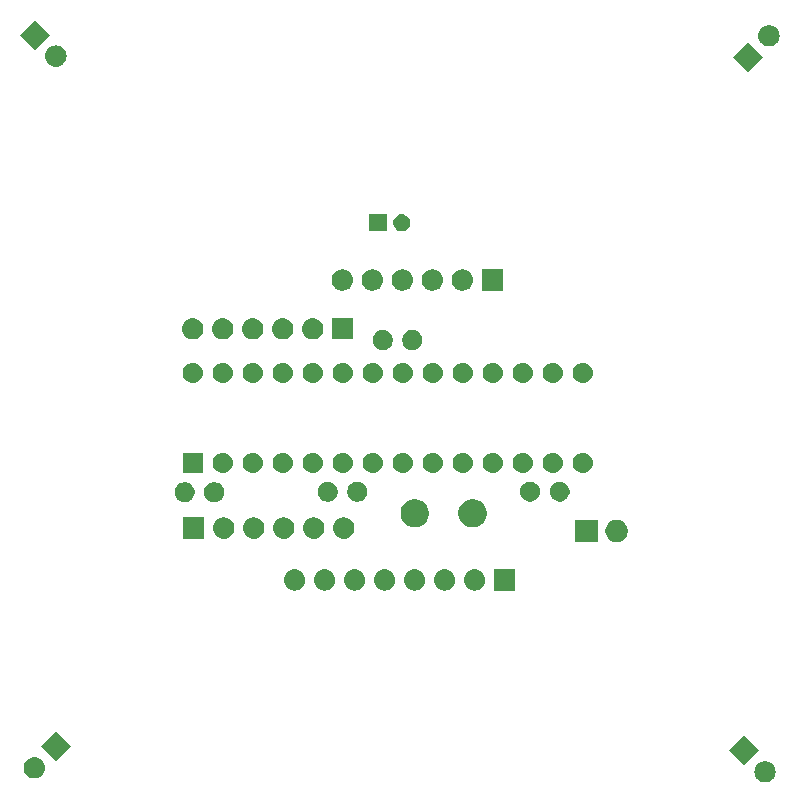
<source format=gbs>
%TF.GenerationSoftware,KiCad,Pcbnew,5.0.2-bee76a0~70~ubuntu18.04.1*%
%TF.CreationDate,2019-05-17T20:17:06-03:00*%
%TF.ProjectId,Quadcoptero-FritzenLab-r00,51756164-636f-4707-9465-726f2d467269,rev?*%
%TF.SameCoordinates,Original*%
%TF.FileFunction,Soldermask,Bot*%
%TF.FilePolarity,Negative*%
%FSLAX46Y46*%
G04 Gerber Fmt 4.6, Leading zero omitted, Abs format (unit mm)*
G04 Created by KiCad (PCBNEW 5.0.2-bee76a0~70~ubuntu18.04.1) date sex 17 mai 2019 20:17:06 -03*
%MOMM*%
%LPD*%
G01*
G04 APERTURE LIST*
%ADD10C,0.100000*%
G04 APERTURE END LIST*
D10*
G36*
X175649842Y-129770738D02*
X175716027Y-129777257D01*
X175829253Y-129811604D01*
X175885867Y-129828777D01*
X176024487Y-129902872D01*
X176042391Y-129912442D01*
X176078129Y-129941772D01*
X176179586Y-130025034D01*
X176262848Y-130126491D01*
X176292178Y-130162229D01*
X176292179Y-130162231D01*
X176375843Y-130318753D01*
X176393016Y-130375367D01*
X176427363Y-130488593D01*
X176444759Y-130665220D01*
X176427363Y-130841847D01*
X176393016Y-130955073D01*
X176375843Y-131011687D01*
X176301748Y-131150307D01*
X176292178Y-131168211D01*
X176262848Y-131203949D01*
X176179586Y-131305406D01*
X176078129Y-131388668D01*
X176042391Y-131417998D01*
X176042389Y-131417999D01*
X175885867Y-131501663D01*
X175829253Y-131518836D01*
X175716027Y-131553183D01*
X175649842Y-131559702D01*
X175583660Y-131566220D01*
X175495140Y-131566220D01*
X175428958Y-131559702D01*
X175362773Y-131553183D01*
X175249547Y-131518836D01*
X175192933Y-131501663D01*
X175036411Y-131417999D01*
X175036409Y-131417998D01*
X175000671Y-131388668D01*
X174899214Y-131305406D01*
X174815952Y-131203949D01*
X174786622Y-131168211D01*
X174777052Y-131150307D01*
X174702957Y-131011687D01*
X174685784Y-130955073D01*
X174651437Y-130841847D01*
X174634041Y-130665220D01*
X174651437Y-130488593D01*
X174685784Y-130375367D01*
X174702957Y-130318753D01*
X174786621Y-130162231D01*
X174786622Y-130162229D01*
X174815952Y-130126491D01*
X174899214Y-130025034D01*
X175000671Y-129941772D01*
X175036409Y-129912442D01*
X175054313Y-129902872D01*
X175192933Y-129828777D01*
X175249547Y-129811604D01*
X175362773Y-129777257D01*
X175428958Y-129770738D01*
X175495140Y-129764220D01*
X175583660Y-129764220D01*
X175649842Y-129770738D01*
X175649842Y-129770738D01*
G37*
G36*
X113787872Y-129430650D02*
X113854056Y-129437168D01*
X113967282Y-129471515D01*
X114023896Y-129488688D01*
X114162516Y-129562783D01*
X114180420Y-129572353D01*
X114216158Y-129601683D01*
X114317615Y-129684945D01*
X114382673Y-129764220D01*
X114430207Y-129822140D01*
X114430208Y-129822142D01*
X114513872Y-129978664D01*
X114513872Y-129978665D01*
X114565392Y-130148504D01*
X114582788Y-130325131D01*
X114565392Y-130501758D01*
X114531045Y-130614984D01*
X114513872Y-130671598D01*
X114439777Y-130810218D01*
X114430207Y-130828122D01*
X114418943Y-130841847D01*
X114317615Y-130965317D01*
X114216158Y-131048579D01*
X114180420Y-131077909D01*
X114180418Y-131077910D01*
X114023896Y-131161574D01*
X114002016Y-131168211D01*
X113854056Y-131213094D01*
X113787872Y-131219612D01*
X113721689Y-131226131D01*
X113633169Y-131226131D01*
X113566986Y-131219612D01*
X113500802Y-131213094D01*
X113352842Y-131168211D01*
X113330962Y-131161574D01*
X113174440Y-131077910D01*
X113174438Y-131077909D01*
X113138700Y-131048579D01*
X113037243Y-130965317D01*
X112935915Y-130841847D01*
X112924651Y-130828122D01*
X112915081Y-130810218D01*
X112840986Y-130671598D01*
X112823813Y-130614984D01*
X112789466Y-130501758D01*
X112772070Y-130325131D01*
X112789466Y-130148504D01*
X112840986Y-129978665D01*
X112840986Y-129978664D01*
X112924650Y-129822142D01*
X112924651Y-129822140D01*
X112972185Y-129764220D01*
X113037243Y-129684945D01*
X113138700Y-129601683D01*
X113174438Y-129572353D01*
X113192342Y-129562783D01*
X113330962Y-129488688D01*
X113387576Y-129471515D01*
X113500802Y-129437168D01*
X113566986Y-129430650D01*
X113633169Y-129424131D01*
X113721689Y-129424131D01*
X113787872Y-129430650D01*
X113787872Y-129430650D01*
G37*
G36*
X175017556Y-128869169D02*
X173743349Y-130143376D01*
X172469142Y-128869169D01*
X173743349Y-127594962D01*
X175017556Y-128869169D01*
X175017556Y-128869169D01*
G37*
G36*
X116747687Y-128529080D02*
X115473480Y-129803287D01*
X114199273Y-128529080D01*
X115473480Y-127254873D01*
X116747687Y-128529080D01*
X116747687Y-128529080D01*
G37*
G36*
X143442643Y-113532519D02*
X143508827Y-113539037D01*
X143622053Y-113573384D01*
X143678667Y-113590557D01*
X143817287Y-113664652D01*
X143835191Y-113674222D01*
X143870929Y-113703552D01*
X143972386Y-113786814D01*
X144055648Y-113888271D01*
X144084978Y-113924009D01*
X144084979Y-113924011D01*
X144168643Y-114080533D01*
X144168643Y-114080534D01*
X144220163Y-114250373D01*
X144237559Y-114427000D01*
X144220163Y-114603627D01*
X144185816Y-114716853D01*
X144168643Y-114773467D01*
X144094548Y-114912087D01*
X144084978Y-114929991D01*
X144055648Y-114965729D01*
X143972386Y-115067186D01*
X143870929Y-115150448D01*
X143835191Y-115179778D01*
X143835189Y-115179779D01*
X143678667Y-115263443D01*
X143622053Y-115280616D01*
X143508827Y-115314963D01*
X143442642Y-115321482D01*
X143376460Y-115328000D01*
X143287940Y-115328000D01*
X143221758Y-115321482D01*
X143155573Y-115314963D01*
X143042347Y-115280616D01*
X142985733Y-115263443D01*
X142829211Y-115179779D01*
X142829209Y-115179778D01*
X142793471Y-115150448D01*
X142692014Y-115067186D01*
X142608752Y-114965729D01*
X142579422Y-114929991D01*
X142569852Y-114912087D01*
X142495757Y-114773467D01*
X142478584Y-114716853D01*
X142444237Y-114603627D01*
X142426841Y-114427000D01*
X142444237Y-114250373D01*
X142495757Y-114080534D01*
X142495757Y-114080533D01*
X142579421Y-113924011D01*
X142579422Y-113924009D01*
X142608752Y-113888271D01*
X142692014Y-113786814D01*
X142793471Y-113703552D01*
X142829209Y-113674222D01*
X142847113Y-113664652D01*
X142985733Y-113590557D01*
X143042347Y-113573384D01*
X143155573Y-113539037D01*
X143221757Y-113532519D01*
X143287940Y-113526000D01*
X143376460Y-113526000D01*
X143442643Y-113532519D01*
X143442643Y-113532519D01*
G37*
G36*
X154393200Y-115328000D02*
X152591200Y-115328000D01*
X152591200Y-113526000D01*
X154393200Y-113526000D01*
X154393200Y-115328000D01*
X154393200Y-115328000D01*
G37*
G36*
X148522643Y-113532519D02*
X148588827Y-113539037D01*
X148702053Y-113573384D01*
X148758667Y-113590557D01*
X148897287Y-113664652D01*
X148915191Y-113674222D01*
X148950929Y-113703552D01*
X149052386Y-113786814D01*
X149135648Y-113888271D01*
X149164978Y-113924009D01*
X149164979Y-113924011D01*
X149248643Y-114080533D01*
X149248643Y-114080534D01*
X149300163Y-114250373D01*
X149317559Y-114427000D01*
X149300163Y-114603627D01*
X149265816Y-114716853D01*
X149248643Y-114773467D01*
X149174548Y-114912087D01*
X149164978Y-114929991D01*
X149135648Y-114965729D01*
X149052386Y-115067186D01*
X148950929Y-115150448D01*
X148915191Y-115179778D01*
X148915189Y-115179779D01*
X148758667Y-115263443D01*
X148702053Y-115280616D01*
X148588827Y-115314963D01*
X148522642Y-115321482D01*
X148456460Y-115328000D01*
X148367940Y-115328000D01*
X148301758Y-115321482D01*
X148235573Y-115314963D01*
X148122347Y-115280616D01*
X148065733Y-115263443D01*
X147909211Y-115179779D01*
X147909209Y-115179778D01*
X147873471Y-115150448D01*
X147772014Y-115067186D01*
X147688752Y-114965729D01*
X147659422Y-114929991D01*
X147649852Y-114912087D01*
X147575757Y-114773467D01*
X147558584Y-114716853D01*
X147524237Y-114603627D01*
X147506841Y-114427000D01*
X147524237Y-114250373D01*
X147575757Y-114080534D01*
X147575757Y-114080533D01*
X147659421Y-113924011D01*
X147659422Y-113924009D01*
X147688752Y-113888271D01*
X147772014Y-113786814D01*
X147873471Y-113703552D01*
X147909209Y-113674222D01*
X147927113Y-113664652D01*
X148065733Y-113590557D01*
X148122347Y-113573384D01*
X148235573Y-113539037D01*
X148301757Y-113532519D01*
X148367940Y-113526000D01*
X148456460Y-113526000D01*
X148522643Y-113532519D01*
X148522643Y-113532519D01*
G37*
G36*
X145982643Y-113532519D02*
X146048827Y-113539037D01*
X146162053Y-113573384D01*
X146218667Y-113590557D01*
X146357287Y-113664652D01*
X146375191Y-113674222D01*
X146410929Y-113703552D01*
X146512386Y-113786814D01*
X146595648Y-113888271D01*
X146624978Y-113924009D01*
X146624979Y-113924011D01*
X146708643Y-114080533D01*
X146708643Y-114080534D01*
X146760163Y-114250373D01*
X146777559Y-114427000D01*
X146760163Y-114603627D01*
X146725816Y-114716853D01*
X146708643Y-114773467D01*
X146634548Y-114912087D01*
X146624978Y-114929991D01*
X146595648Y-114965729D01*
X146512386Y-115067186D01*
X146410929Y-115150448D01*
X146375191Y-115179778D01*
X146375189Y-115179779D01*
X146218667Y-115263443D01*
X146162053Y-115280616D01*
X146048827Y-115314963D01*
X145982642Y-115321482D01*
X145916460Y-115328000D01*
X145827940Y-115328000D01*
X145761758Y-115321482D01*
X145695573Y-115314963D01*
X145582347Y-115280616D01*
X145525733Y-115263443D01*
X145369211Y-115179779D01*
X145369209Y-115179778D01*
X145333471Y-115150448D01*
X145232014Y-115067186D01*
X145148752Y-114965729D01*
X145119422Y-114929991D01*
X145109852Y-114912087D01*
X145035757Y-114773467D01*
X145018584Y-114716853D01*
X144984237Y-114603627D01*
X144966841Y-114427000D01*
X144984237Y-114250373D01*
X145035757Y-114080534D01*
X145035757Y-114080533D01*
X145119421Y-113924011D01*
X145119422Y-113924009D01*
X145148752Y-113888271D01*
X145232014Y-113786814D01*
X145333471Y-113703552D01*
X145369209Y-113674222D01*
X145387113Y-113664652D01*
X145525733Y-113590557D01*
X145582347Y-113573384D01*
X145695573Y-113539037D01*
X145761757Y-113532519D01*
X145827940Y-113526000D01*
X145916460Y-113526000D01*
X145982643Y-113532519D01*
X145982643Y-113532519D01*
G37*
G36*
X140902643Y-113532519D02*
X140968827Y-113539037D01*
X141082053Y-113573384D01*
X141138667Y-113590557D01*
X141277287Y-113664652D01*
X141295191Y-113674222D01*
X141330929Y-113703552D01*
X141432386Y-113786814D01*
X141515648Y-113888271D01*
X141544978Y-113924009D01*
X141544979Y-113924011D01*
X141628643Y-114080533D01*
X141628643Y-114080534D01*
X141680163Y-114250373D01*
X141697559Y-114427000D01*
X141680163Y-114603627D01*
X141645816Y-114716853D01*
X141628643Y-114773467D01*
X141554548Y-114912087D01*
X141544978Y-114929991D01*
X141515648Y-114965729D01*
X141432386Y-115067186D01*
X141330929Y-115150448D01*
X141295191Y-115179778D01*
X141295189Y-115179779D01*
X141138667Y-115263443D01*
X141082053Y-115280616D01*
X140968827Y-115314963D01*
X140902642Y-115321482D01*
X140836460Y-115328000D01*
X140747940Y-115328000D01*
X140681758Y-115321482D01*
X140615573Y-115314963D01*
X140502347Y-115280616D01*
X140445733Y-115263443D01*
X140289211Y-115179779D01*
X140289209Y-115179778D01*
X140253471Y-115150448D01*
X140152014Y-115067186D01*
X140068752Y-114965729D01*
X140039422Y-114929991D01*
X140029852Y-114912087D01*
X139955757Y-114773467D01*
X139938584Y-114716853D01*
X139904237Y-114603627D01*
X139886841Y-114427000D01*
X139904237Y-114250373D01*
X139955757Y-114080534D01*
X139955757Y-114080533D01*
X140039421Y-113924011D01*
X140039422Y-113924009D01*
X140068752Y-113888271D01*
X140152014Y-113786814D01*
X140253471Y-113703552D01*
X140289209Y-113674222D01*
X140307113Y-113664652D01*
X140445733Y-113590557D01*
X140502347Y-113573384D01*
X140615573Y-113539037D01*
X140681757Y-113532519D01*
X140747940Y-113526000D01*
X140836460Y-113526000D01*
X140902643Y-113532519D01*
X140902643Y-113532519D01*
G37*
G36*
X138362643Y-113532519D02*
X138428827Y-113539037D01*
X138542053Y-113573384D01*
X138598667Y-113590557D01*
X138737287Y-113664652D01*
X138755191Y-113674222D01*
X138790929Y-113703552D01*
X138892386Y-113786814D01*
X138975648Y-113888271D01*
X139004978Y-113924009D01*
X139004979Y-113924011D01*
X139088643Y-114080533D01*
X139088643Y-114080534D01*
X139140163Y-114250373D01*
X139157559Y-114427000D01*
X139140163Y-114603627D01*
X139105816Y-114716853D01*
X139088643Y-114773467D01*
X139014548Y-114912087D01*
X139004978Y-114929991D01*
X138975648Y-114965729D01*
X138892386Y-115067186D01*
X138790929Y-115150448D01*
X138755191Y-115179778D01*
X138755189Y-115179779D01*
X138598667Y-115263443D01*
X138542053Y-115280616D01*
X138428827Y-115314963D01*
X138362642Y-115321482D01*
X138296460Y-115328000D01*
X138207940Y-115328000D01*
X138141758Y-115321482D01*
X138075573Y-115314963D01*
X137962347Y-115280616D01*
X137905733Y-115263443D01*
X137749211Y-115179779D01*
X137749209Y-115179778D01*
X137713471Y-115150448D01*
X137612014Y-115067186D01*
X137528752Y-114965729D01*
X137499422Y-114929991D01*
X137489852Y-114912087D01*
X137415757Y-114773467D01*
X137398584Y-114716853D01*
X137364237Y-114603627D01*
X137346841Y-114427000D01*
X137364237Y-114250373D01*
X137415757Y-114080534D01*
X137415757Y-114080533D01*
X137499421Y-113924011D01*
X137499422Y-113924009D01*
X137528752Y-113888271D01*
X137612014Y-113786814D01*
X137713471Y-113703552D01*
X137749209Y-113674222D01*
X137767113Y-113664652D01*
X137905733Y-113590557D01*
X137962347Y-113573384D01*
X138075573Y-113539037D01*
X138141757Y-113532519D01*
X138207940Y-113526000D01*
X138296460Y-113526000D01*
X138362643Y-113532519D01*
X138362643Y-113532519D01*
G37*
G36*
X135822643Y-113532519D02*
X135888827Y-113539037D01*
X136002053Y-113573384D01*
X136058667Y-113590557D01*
X136197287Y-113664652D01*
X136215191Y-113674222D01*
X136250929Y-113703552D01*
X136352386Y-113786814D01*
X136435648Y-113888271D01*
X136464978Y-113924009D01*
X136464979Y-113924011D01*
X136548643Y-114080533D01*
X136548643Y-114080534D01*
X136600163Y-114250373D01*
X136617559Y-114427000D01*
X136600163Y-114603627D01*
X136565816Y-114716853D01*
X136548643Y-114773467D01*
X136474548Y-114912087D01*
X136464978Y-114929991D01*
X136435648Y-114965729D01*
X136352386Y-115067186D01*
X136250929Y-115150448D01*
X136215191Y-115179778D01*
X136215189Y-115179779D01*
X136058667Y-115263443D01*
X136002053Y-115280616D01*
X135888827Y-115314963D01*
X135822642Y-115321482D01*
X135756460Y-115328000D01*
X135667940Y-115328000D01*
X135601758Y-115321482D01*
X135535573Y-115314963D01*
X135422347Y-115280616D01*
X135365733Y-115263443D01*
X135209211Y-115179779D01*
X135209209Y-115179778D01*
X135173471Y-115150448D01*
X135072014Y-115067186D01*
X134988752Y-114965729D01*
X134959422Y-114929991D01*
X134949852Y-114912087D01*
X134875757Y-114773467D01*
X134858584Y-114716853D01*
X134824237Y-114603627D01*
X134806841Y-114427000D01*
X134824237Y-114250373D01*
X134875757Y-114080534D01*
X134875757Y-114080533D01*
X134959421Y-113924011D01*
X134959422Y-113924009D01*
X134988752Y-113888271D01*
X135072014Y-113786814D01*
X135173471Y-113703552D01*
X135209209Y-113674222D01*
X135227113Y-113664652D01*
X135365733Y-113590557D01*
X135422347Y-113573384D01*
X135535573Y-113539037D01*
X135601757Y-113532519D01*
X135667940Y-113526000D01*
X135756460Y-113526000D01*
X135822643Y-113532519D01*
X135822643Y-113532519D01*
G37*
G36*
X151062643Y-113532519D02*
X151128827Y-113539037D01*
X151242053Y-113573384D01*
X151298667Y-113590557D01*
X151437287Y-113664652D01*
X151455191Y-113674222D01*
X151490929Y-113703552D01*
X151592386Y-113786814D01*
X151675648Y-113888271D01*
X151704978Y-113924009D01*
X151704979Y-113924011D01*
X151788643Y-114080533D01*
X151788643Y-114080534D01*
X151840163Y-114250373D01*
X151857559Y-114427000D01*
X151840163Y-114603627D01*
X151805816Y-114716853D01*
X151788643Y-114773467D01*
X151714548Y-114912087D01*
X151704978Y-114929991D01*
X151675648Y-114965729D01*
X151592386Y-115067186D01*
X151490929Y-115150448D01*
X151455191Y-115179778D01*
X151455189Y-115179779D01*
X151298667Y-115263443D01*
X151242053Y-115280616D01*
X151128827Y-115314963D01*
X151062642Y-115321482D01*
X150996460Y-115328000D01*
X150907940Y-115328000D01*
X150841758Y-115321482D01*
X150775573Y-115314963D01*
X150662347Y-115280616D01*
X150605733Y-115263443D01*
X150449211Y-115179779D01*
X150449209Y-115179778D01*
X150413471Y-115150448D01*
X150312014Y-115067186D01*
X150228752Y-114965729D01*
X150199422Y-114929991D01*
X150189852Y-114912087D01*
X150115757Y-114773467D01*
X150098584Y-114716853D01*
X150064237Y-114603627D01*
X150046841Y-114427000D01*
X150064237Y-114250373D01*
X150115757Y-114080534D01*
X150115757Y-114080533D01*
X150199421Y-113924011D01*
X150199422Y-113924009D01*
X150228752Y-113888271D01*
X150312014Y-113786814D01*
X150413471Y-113703552D01*
X150449209Y-113674222D01*
X150467113Y-113664652D01*
X150605733Y-113590557D01*
X150662347Y-113573384D01*
X150775573Y-113539037D01*
X150841757Y-113532519D01*
X150907940Y-113526000D01*
X150996460Y-113526000D01*
X151062643Y-113532519D01*
X151062643Y-113532519D01*
G37*
G36*
X161382480Y-111235260D02*
X159480480Y-111235260D01*
X159480480Y-109333260D01*
X161382480Y-109333260D01*
X161382480Y-111235260D01*
X161382480Y-111235260D01*
G37*
G36*
X163248876Y-109369806D02*
X163421946Y-109441494D01*
X163577710Y-109545572D01*
X163710168Y-109678030D01*
X163814246Y-109833794D01*
X163885934Y-110006864D01*
X163922480Y-110190593D01*
X163922480Y-110377927D01*
X163885934Y-110561656D01*
X163814246Y-110734726D01*
X163710168Y-110890490D01*
X163577710Y-111022948D01*
X163421946Y-111127026D01*
X163248876Y-111198714D01*
X163065147Y-111235260D01*
X162877813Y-111235260D01*
X162694084Y-111198714D01*
X162521014Y-111127026D01*
X162365250Y-111022948D01*
X162232792Y-110890490D01*
X162128714Y-110734726D01*
X162057026Y-110561656D01*
X162020480Y-110377927D01*
X162020480Y-110190593D01*
X162057026Y-110006864D01*
X162128714Y-109833794D01*
X162232792Y-109678030D01*
X162365250Y-109545572D01*
X162521014Y-109441494D01*
X162694084Y-109369806D01*
X162877813Y-109333260D01*
X163065147Y-109333260D01*
X163248876Y-109369806D01*
X163248876Y-109369806D01*
G37*
G36*
X132363162Y-109143398D02*
X132429347Y-109149917D01*
X132542573Y-109184264D01*
X132599187Y-109201437D01*
X132737807Y-109275532D01*
X132755711Y-109285102D01*
X132791449Y-109314432D01*
X132892906Y-109397694D01*
X132976168Y-109499151D01*
X133005498Y-109534889D01*
X133005499Y-109534891D01*
X133089163Y-109691413D01*
X133095850Y-109713458D01*
X133140683Y-109861253D01*
X133158079Y-110037880D01*
X133140683Y-110214507D01*
X133106336Y-110327733D01*
X133089163Y-110384347D01*
X133015068Y-110522967D01*
X133005498Y-110540871D01*
X132988440Y-110561656D01*
X132892906Y-110678066D01*
X132823863Y-110734727D01*
X132755711Y-110790658D01*
X132755709Y-110790659D01*
X132599187Y-110874323D01*
X132542573Y-110891496D01*
X132429347Y-110925843D01*
X132363162Y-110932362D01*
X132296980Y-110938880D01*
X132208460Y-110938880D01*
X132142278Y-110932362D01*
X132076093Y-110925843D01*
X131962867Y-110891496D01*
X131906253Y-110874323D01*
X131749731Y-110790659D01*
X131749729Y-110790658D01*
X131681577Y-110734727D01*
X131612534Y-110678066D01*
X131517000Y-110561656D01*
X131499942Y-110540871D01*
X131490372Y-110522967D01*
X131416277Y-110384347D01*
X131399104Y-110327733D01*
X131364757Y-110214507D01*
X131347361Y-110037880D01*
X131364757Y-109861253D01*
X131409590Y-109713458D01*
X131416277Y-109691413D01*
X131499941Y-109534891D01*
X131499942Y-109534889D01*
X131529272Y-109499151D01*
X131612534Y-109397694D01*
X131713991Y-109314432D01*
X131749729Y-109285102D01*
X131767633Y-109275532D01*
X131906253Y-109201437D01*
X131962867Y-109184264D01*
X132076093Y-109149917D01*
X132142278Y-109143398D01*
X132208460Y-109136880D01*
X132296980Y-109136880D01*
X132363162Y-109143398D01*
X132363162Y-109143398D01*
G37*
G36*
X128073720Y-110938880D02*
X126271720Y-110938880D01*
X126271720Y-109136880D01*
X128073720Y-109136880D01*
X128073720Y-110938880D01*
X128073720Y-110938880D01*
G37*
G36*
X129823162Y-109143398D02*
X129889347Y-109149917D01*
X130002573Y-109184264D01*
X130059187Y-109201437D01*
X130197807Y-109275532D01*
X130215711Y-109285102D01*
X130251449Y-109314432D01*
X130352906Y-109397694D01*
X130436168Y-109499151D01*
X130465498Y-109534889D01*
X130465499Y-109534891D01*
X130549163Y-109691413D01*
X130555850Y-109713458D01*
X130600683Y-109861253D01*
X130618079Y-110037880D01*
X130600683Y-110214507D01*
X130566336Y-110327733D01*
X130549163Y-110384347D01*
X130475068Y-110522967D01*
X130465498Y-110540871D01*
X130448440Y-110561656D01*
X130352906Y-110678066D01*
X130283863Y-110734727D01*
X130215711Y-110790658D01*
X130215709Y-110790659D01*
X130059187Y-110874323D01*
X130002573Y-110891496D01*
X129889347Y-110925843D01*
X129823162Y-110932362D01*
X129756980Y-110938880D01*
X129668460Y-110938880D01*
X129602278Y-110932362D01*
X129536093Y-110925843D01*
X129422867Y-110891496D01*
X129366253Y-110874323D01*
X129209731Y-110790659D01*
X129209729Y-110790658D01*
X129141577Y-110734727D01*
X129072534Y-110678066D01*
X128977000Y-110561656D01*
X128959942Y-110540871D01*
X128950372Y-110522967D01*
X128876277Y-110384347D01*
X128859104Y-110327733D01*
X128824757Y-110214507D01*
X128807361Y-110037880D01*
X128824757Y-109861253D01*
X128869590Y-109713458D01*
X128876277Y-109691413D01*
X128959941Y-109534891D01*
X128959942Y-109534889D01*
X128989272Y-109499151D01*
X129072534Y-109397694D01*
X129173991Y-109314432D01*
X129209729Y-109285102D01*
X129227633Y-109275532D01*
X129366253Y-109201437D01*
X129422867Y-109184264D01*
X129536093Y-109149917D01*
X129602278Y-109143398D01*
X129668460Y-109136880D01*
X129756980Y-109136880D01*
X129823162Y-109143398D01*
X129823162Y-109143398D01*
G37*
G36*
X134903162Y-109143398D02*
X134969347Y-109149917D01*
X135082573Y-109184264D01*
X135139187Y-109201437D01*
X135277807Y-109275532D01*
X135295711Y-109285102D01*
X135331449Y-109314432D01*
X135432906Y-109397694D01*
X135516168Y-109499151D01*
X135545498Y-109534889D01*
X135545499Y-109534891D01*
X135629163Y-109691413D01*
X135635850Y-109713458D01*
X135680683Y-109861253D01*
X135698079Y-110037880D01*
X135680683Y-110214507D01*
X135646336Y-110327733D01*
X135629163Y-110384347D01*
X135555068Y-110522967D01*
X135545498Y-110540871D01*
X135528440Y-110561656D01*
X135432906Y-110678066D01*
X135363863Y-110734727D01*
X135295711Y-110790658D01*
X135295709Y-110790659D01*
X135139187Y-110874323D01*
X135082573Y-110891496D01*
X134969347Y-110925843D01*
X134903162Y-110932362D01*
X134836980Y-110938880D01*
X134748460Y-110938880D01*
X134682278Y-110932362D01*
X134616093Y-110925843D01*
X134502867Y-110891496D01*
X134446253Y-110874323D01*
X134289731Y-110790659D01*
X134289729Y-110790658D01*
X134221577Y-110734727D01*
X134152534Y-110678066D01*
X134057000Y-110561656D01*
X134039942Y-110540871D01*
X134030372Y-110522967D01*
X133956277Y-110384347D01*
X133939104Y-110327733D01*
X133904757Y-110214507D01*
X133887361Y-110037880D01*
X133904757Y-109861253D01*
X133949590Y-109713458D01*
X133956277Y-109691413D01*
X134039941Y-109534891D01*
X134039942Y-109534889D01*
X134069272Y-109499151D01*
X134152534Y-109397694D01*
X134253991Y-109314432D01*
X134289729Y-109285102D01*
X134307633Y-109275532D01*
X134446253Y-109201437D01*
X134502867Y-109184264D01*
X134616093Y-109149917D01*
X134682278Y-109143398D01*
X134748460Y-109136880D01*
X134836980Y-109136880D01*
X134903162Y-109143398D01*
X134903162Y-109143398D01*
G37*
G36*
X137443162Y-109143398D02*
X137509347Y-109149917D01*
X137622573Y-109184264D01*
X137679187Y-109201437D01*
X137817807Y-109275532D01*
X137835711Y-109285102D01*
X137871449Y-109314432D01*
X137972906Y-109397694D01*
X138056168Y-109499151D01*
X138085498Y-109534889D01*
X138085499Y-109534891D01*
X138169163Y-109691413D01*
X138175850Y-109713458D01*
X138220683Y-109861253D01*
X138238079Y-110037880D01*
X138220683Y-110214507D01*
X138186336Y-110327733D01*
X138169163Y-110384347D01*
X138095068Y-110522967D01*
X138085498Y-110540871D01*
X138068440Y-110561656D01*
X137972906Y-110678066D01*
X137903863Y-110734727D01*
X137835711Y-110790658D01*
X137835709Y-110790659D01*
X137679187Y-110874323D01*
X137622573Y-110891496D01*
X137509347Y-110925843D01*
X137443162Y-110932362D01*
X137376980Y-110938880D01*
X137288460Y-110938880D01*
X137222278Y-110932362D01*
X137156093Y-110925843D01*
X137042867Y-110891496D01*
X136986253Y-110874323D01*
X136829731Y-110790659D01*
X136829729Y-110790658D01*
X136761577Y-110734727D01*
X136692534Y-110678066D01*
X136597000Y-110561656D01*
X136579942Y-110540871D01*
X136570372Y-110522967D01*
X136496277Y-110384347D01*
X136479104Y-110327733D01*
X136444757Y-110214507D01*
X136427361Y-110037880D01*
X136444757Y-109861253D01*
X136489590Y-109713458D01*
X136496277Y-109691413D01*
X136579941Y-109534891D01*
X136579942Y-109534889D01*
X136609272Y-109499151D01*
X136692534Y-109397694D01*
X136793991Y-109314432D01*
X136829729Y-109285102D01*
X136847633Y-109275532D01*
X136986253Y-109201437D01*
X137042867Y-109184264D01*
X137156093Y-109149917D01*
X137222278Y-109143398D01*
X137288460Y-109136880D01*
X137376980Y-109136880D01*
X137443162Y-109143398D01*
X137443162Y-109143398D01*
G37*
G36*
X139983162Y-109143398D02*
X140049347Y-109149917D01*
X140162573Y-109184264D01*
X140219187Y-109201437D01*
X140357807Y-109275532D01*
X140375711Y-109285102D01*
X140411449Y-109314432D01*
X140512906Y-109397694D01*
X140596168Y-109499151D01*
X140625498Y-109534889D01*
X140625499Y-109534891D01*
X140709163Y-109691413D01*
X140715850Y-109713458D01*
X140760683Y-109861253D01*
X140778079Y-110037880D01*
X140760683Y-110214507D01*
X140726336Y-110327733D01*
X140709163Y-110384347D01*
X140635068Y-110522967D01*
X140625498Y-110540871D01*
X140608440Y-110561656D01*
X140512906Y-110678066D01*
X140443863Y-110734727D01*
X140375711Y-110790658D01*
X140375709Y-110790659D01*
X140219187Y-110874323D01*
X140162573Y-110891496D01*
X140049347Y-110925843D01*
X139983162Y-110932362D01*
X139916980Y-110938880D01*
X139828460Y-110938880D01*
X139762278Y-110932362D01*
X139696093Y-110925843D01*
X139582867Y-110891496D01*
X139526253Y-110874323D01*
X139369731Y-110790659D01*
X139369729Y-110790658D01*
X139301577Y-110734727D01*
X139232534Y-110678066D01*
X139137000Y-110561656D01*
X139119942Y-110540871D01*
X139110372Y-110522967D01*
X139036277Y-110384347D01*
X139019104Y-110327733D01*
X138984757Y-110214507D01*
X138967361Y-110037880D01*
X138984757Y-109861253D01*
X139029590Y-109713458D01*
X139036277Y-109691413D01*
X139119941Y-109534891D01*
X139119942Y-109534889D01*
X139149272Y-109499151D01*
X139232534Y-109397694D01*
X139333991Y-109314432D01*
X139369729Y-109285102D01*
X139387633Y-109275532D01*
X139526253Y-109201437D01*
X139582867Y-109184264D01*
X139696093Y-109149917D01*
X139762278Y-109143398D01*
X139828460Y-109136880D01*
X139916980Y-109136880D01*
X139983162Y-109143398D01*
X139983162Y-109143398D01*
G37*
G36*
X151132336Y-107625733D02*
X151132338Y-107625734D01*
X151132339Y-107625734D01*
X151213076Y-107659177D01*
X151350908Y-107716268D01*
X151427637Y-107767537D01*
X151547613Y-107847702D01*
X151714898Y-108014987D01*
X151780391Y-108113004D01*
X151846332Y-108211692D01*
X151846332Y-108211693D01*
X151936866Y-108430261D01*
X151983020Y-108662292D01*
X151983020Y-108898868D01*
X151936866Y-109130899D01*
X151928988Y-109149917D01*
X151846332Y-109349468D01*
X151784842Y-109441494D01*
X151714898Y-109546173D01*
X151547613Y-109713458D01*
X151449596Y-109778951D01*
X151350908Y-109844892D01*
X151213076Y-109901983D01*
X151132339Y-109935426D01*
X151132338Y-109935426D01*
X151132336Y-109935427D01*
X150900310Y-109981580D01*
X150663730Y-109981580D01*
X150431704Y-109935427D01*
X150431702Y-109935426D01*
X150431701Y-109935426D01*
X150350964Y-109901983D01*
X150213132Y-109844892D01*
X150114444Y-109778951D01*
X150016427Y-109713458D01*
X149849142Y-109546173D01*
X149779198Y-109441494D01*
X149717708Y-109349468D01*
X149635052Y-109149917D01*
X149627174Y-109130899D01*
X149581020Y-108898868D01*
X149581020Y-108662292D01*
X149627174Y-108430261D01*
X149717708Y-108211693D01*
X149717708Y-108211692D01*
X149783649Y-108113004D01*
X149849142Y-108014987D01*
X150016427Y-107847702D01*
X150136403Y-107767537D01*
X150213132Y-107716268D01*
X150350964Y-107659177D01*
X150431701Y-107625734D01*
X150431702Y-107625734D01*
X150431704Y-107625733D01*
X150663730Y-107579580D01*
X150900310Y-107579580D01*
X151132336Y-107625733D01*
X151132336Y-107625733D01*
G37*
G36*
X146232336Y-107625733D02*
X146232338Y-107625734D01*
X146232339Y-107625734D01*
X146313076Y-107659177D01*
X146450908Y-107716268D01*
X146527637Y-107767537D01*
X146647613Y-107847702D01*
X146814898Y-108014987D01*
X146880391Y-108113004D01*
X146946332Y-108211692D01*
X146946332Y-108211693D01*
X147036866Y-108430261D01*
X147083020Y-108662292D01*
X147083020Y-108898868D01*
X147036866Y-109130899D01*
X147028988Y-109149917D01*
X146946332Y-109349468D01*
X146884842Y-109441494D01*
X146814898Y-109546173D01*
X146647613Y-109713458D01*
X146549596Y-109778951D01*
X146450908Y-109844892D01*
X146313076Y-109901983D01*
X146232339Y-109935426D01*
X146232338Y-109935426D01*
X146232336Y-109935427D01*
X146000310Y-109981580D01*
X145763730Y-109981580D01*
X145531704Y-109935427D01*
X145531702Y-109935426D01*
X145531701Y-109935426D01*
X145450964Y-109901983D01*
X145313132Y-109844892D01*
X145214444Y-109778951D01*
X145116427Y-109713458D01*
X144949142Y-109546173D01*
X144879198Y-109441494D01*
X144817708Y-109349468D01*
X144735052Y-109149917D01*
X144727174Y-109130899D01*
X144681020Y-108898868D01*
X144681020Y-108662292D01*
X144727174Y-108430261D01*
X144817708Y-108211693D01*
X144817708Y-108211692D01*
X144883649Y-108113004D01*
X144949142Y-108014987D01*
X145116427Y-107847702D01*
X145236403Y-107767537D01*
X145313132Y-107716268D01*
X145450964Y-107659177D01*
X145531701Y-107625734D01*
X145531702Y-107625734D01*
X145531704Y-107625733D01*
X145763730Y-107579580D01*
X146000310Y-107579580D01*
X146232336Y-107625733D01*
X146232336Y-107625733D01*
G37*
G36*
X126646248Y-106189363D02*
X126801120Y-106253513D01*
X126940501Y-106346645D01*
X127059035Y-106465179D01*
X127152167Y-106604560D01*
X127216317Y-106759432D01*
X127249020Y-106923844D01*
X127249020Y-107091476D01*
X127216317Y-107255888D01*
X127152167Y-107410760D01*
X127059035Y-107550141D01*
X126940501Y-107668675D01*
X126801120Y-107761807D01*
X126646248Y-107825957D01*
X126481836Y-107858660D01*
X126314204Y-107858660D01*
X126149792Y-107825957D01*
X125994920Y-107761807D01*
X125855539Y-107668675D01*
X125737005Y-107550141D01*
X125643873Y-107410760D01*
X125579723Y-107255888D01*
X125547020Y-107091476D01*
X125547020Y-106923844D01*
X125579723Y-106759432D01*
X125643873Y-106604560D01*
X125737005Y-106465179D01*
X125855539Y-106346645D01*
X125994920Y-106253513D01*
X126149792Y-106189363D01*
X126314204Y-106156660D01*
X126481836Y-106156660D01*
X126646248Y-106189363D01*
X126646248Y-106189363D01*
G37*
G36*
X129146248Y-106189363D02*
X129301120Y-106253513D01*
X129440501Y-106346645D01*
X129559035Y-106465179D01*
X129652167Y-106604560D01*
X129716317Y-106759432D01*
X129749020Y-106923844D01*
X129749020Y-107091476D01*
X129716317Y-107255888D01*
X129652167Y-107410760D01*
X129559035Y-107550141D01*
X129440501Y-107668675D01*
X129301120Y-107761807D01*
X129146248Y-107825957D01*
X128981836Y-107858660D01*
X128814204Y-107858660D01*
X128649792Y-107825957D01*
X128494920Y-107761807D01*
X128355539Y-107668675D01*
X128237005Y-107550141D01*
X128143873Y-107410760D01*
X128079723Y-107255888D01*
X128047020Y-107091476D01*
X128047020Y-106923844D01*
X128079723Y-106759432D01*
X128143873Y-106604560D01*
X128237005Y-106465179D01*
X128355539Y-106346645D01*
X128494920Y-106253513D01*
X128649792Y-106189363D01*
X128814204Y-106156660D01*
X128981836Y-106156660D01*
X129146248Y-106189363D01*
X129146248Y-106189363D01*
G37*
G36*
X138759508Y-106141103D02*
X138914380Y-106205253D01*
X139053761Y-106298385D01*
X139172295Y-106416919D01*
X139265427Y-106556300D01*
X139329577Y-106711172D01*
X139362280Y-106875584D01*
X139362280Y-107043216D01*
X139329577Y-107207628D01*
X139265427Y-107362500D01*
X139172295Y-107501881D01*
X139053761Y-107620415D01*
X138914380Y-107713547D01*
X138759508Y-107777697D01*
X138595096Y-107810400D01*
X138427464Y-107810400D01*
X138263052Y-107777697D01*
X138108180Y-107713547D01*
X137968799Y-107620415D01*
X137850265Y-107501881D01*
X137757133Y-107362500D01*
X137692983Y-107207628D01*
X137660280Y-107043216D01*
X137660280Y-106875584D01*
X137692983Y-106711172D01*
X137757133Y-106556300D01*
X137850265Y-106416919D01*
X137968799Y-106298385D01*
X138108180Y-106205253D01*
X138263052Y-106141103D01*
X138427464Y-106108400D01*
X138595096Y-106108400D01*
X138759508Y-106141103D01*
X138759508Y-106141103D01*
G37*
G36*
X141259508Y-106141103D02*
X141414380Y-106205253D01*
X141553761Y-106298385D01*
X141672295Y-106416919D01*
X141765427Y-106556300D01*
X141829577Y-106711172D01*
X141862280Y-106875584D01*
X141862280Y-107043216D01*
X141829577Y-107207628D01*
X141765427Y-107362500D01*
X141672295Y-107501881D01*
X141553761Y-107620415D01*
X141414380Y-107713547D01*
X141259508Y-107777697D01*
X141095096Y-107810400D01*
X140927464Y-107810400D01*
X140763052Y-107777697D01*
X140608180Y-107713547D01*
X140468799Y-107620415D01*
X140350265Y-107501881D01*
X140257133Y-107362500D01*
X140192983Y-107207628D01*
X140160280Y-107043216D01*
X140160280Y-106875584D01*
X140192983Y-106711172D01*
X140257133Y-106556300D01*
X140350265Y-106416919D01*
X140468799Y-106298385D01*
X140608180Y-106205253D01*
X140763052Y-106141103D01*
X140927464Y-106108400D01*
X141095096Y-106108400D01*
X141259508Y-106141103D01*
X141259508Y-106141103D01*
G37*
G36*
X158396248Y-106130943D02*
X158551120Y-106195093D01*
X158690501Y-106288225D01*
X158809035Y-106406759D01*
X158902167Y-106546140D01*
X158966317Y-106701012D01*
X158999020Y-106865424D01*
X158999020Y-107033056D01*
X158966317Y-107197468D01*
X158902167Y-107352340D01*
X158809035Y-107491721D01*
X158690501Y-107610255D01*
X158551120Y-107703387D01*
X158396248Y-107767537D01*
X158231836Y-107800240D01*
X158064204Y-107800240D01*
X157899792Y-107767537D01*
X157744920Y-107703387D01*
X157605539Y-107610255D01*
X157487005Y-107491721D01*
X157393873Y-107352340D01*
X157329723Y-107197468D01*
X157297020Y-107033056D01*
X157297020Y-106865424D01*
X157329723Y-106701012D01*
X157393873Y-106546140D01*
X157487005Y-106406759D01*
X157605539Y-106288225D01*
X157744920Y-106195093D01*
X157899792Y-106130943D01*
X158064204Y-106098240D01*
X158231836Y-106098240D01*
X158396248Y-106130943D01*
X158396248Y-106130943D01*
G37*
G36*
X155896248Y-106130943D02*
X156051120Y-106195093D01*
X156190501Y-106288225D01*
X156309035Y-106406759D01*
X156402167Y-106546140D01*
X156466317Y-106701012D01*
X156499020Y-106865424D01*
X156499020Y-107033056D01*
X156466317Y-107197468D01*
X156402167Y-107352340D01*
X156309035Y-107491721D01*
X156190501Y-107610255D01*
X156051120Y-107703387D01*
X155896248Y-107767537D01*
X155731836Y-107800240D01*
X155564204Y-107800240D01*
X155399792Y-107767537D01*
X155244920Y-107703387D01*
X155105539Y-107610255D01*
X154987005Y-107491721D01*
X154893873Y-107352340D01*
X154829723Y-107197468D01*
X154797020Y-107033056D01*
X154797020Y-106865424D01*
X154829723Y-106701012D01*
X154893873Y-106546140D01*
X154987005Y-106406759D01*
X155105539Y-106288225D01*
X155244920Y-106195093D01*
X155399792Y-106130943D01*
X155564204Y-106098240D01*
X155731836Y-106098240D01*
X155896248Y-106130943D01*
X155896248Y-106130943D01*
G37*
G36*
X160275721Y-103682313D02*
X160275724Y-103682314D01*
X160275725Y-103682314D01*
X160436139Y-103730975D01*
X160436141Y-103730976D01*
X160436144Y-103730977D01*
X160583978Y-103809995D01*
X160713559Y-103916341D01*
X160819905Y-104045922D01*
X160898923Y-104193756D01*
X160947587Y-104354179D01*
X160964017Y-104521000D01*
X160947587Y-104687821D01*
X160898923Y-104848244D01*
X160819905Y-104996078D01*
X160713559Y-105125659D01*
X160583978Y-105232005D01*
X160436144Y-105311023D01*
X160436141Y-105311024D01*
X160436139Y-105311025D01*
X160275725Y-105359686D01*
X160275724Y-105359686D01*
X160275721Y-105359687D01*
X160150704Y-105372000D01*
X160067096Y-105372000D01*
X159942079Y-105359687D01*
X159942076Y-105359686D01*
X159942075Y-105359686D01*
X159781661Y-105311025D01*
X159781659Y-105311024D01*
X159781656Y-105311023D01*
X159633822Y-105232005D01*
X159504241Y-105125659D01*
X159397895Y-104996078D01*
X159318877Y-104848244D01*
X159270213Y-104687821D01*
X159253783Y-104521000D01*
X159270213Y-104354179D01*
X159318877Y-104193756D01*
X159397895Y-104045922D01*
X159504241Y-103916341D01*
X159633822Y-103809995D01*
X159781656Y-103730977D01*
X159781659Y-103730976D01*
X159781661Y-103730975D01*
X159942075Y-103682314D01*
X159942076Y-103682314D01*
X159942079Y-103682313D01*
X160067096Y-103670000D01*
X160150704Y-103670000D01*
X160275721Y-103682313D01*
X160275721Y-103682313D01*
G37*
G36*
X157735721Y-103682313D02*
X157735724Y-103682314D01*
X157735725Y-103682314D01*
X157896139Y-103730975D01*
X157896141Y-103730976D01*
X157896144Y-103730977D01*
X158043978Y-103809995D01*
X158173559Y-103916341D01*
X158279905Y-104045922D01*
X158358923Y-104193756D01*
X158407587Y-104354179D01*
X158424017Y-104521000D01*
X158407587Y-104687821D01*
X158358923Y-104848244D01*
X158279905Y-104996078D01*
X158173559Y-105125659D01*
X158043978Y-105232005D01*
X157896144Y-105311023D01*
X157896141Y-105311024D01*
X157896139Y-105311025D01*
X157735725Y-105359686D01*
X157735724Y-105359686D01*
X157735721Y-105359687D01*
X157610704Y-105372000D01*
X157527096Y-105372000D01*
X157402079Y-105359687D01*
X157402076Y-105359686D01*
X157402075Y-105359686D01*
X157241661Y-105311025D01*
X157241659Y-105311024D01*
X157241656Y-105311023D01*
X157093822Y-105232005D01*
X156964241Y-105125659D01*
X156857895Y-104996078D01*
X156778877Y-104848244D01*
X156730213Y-104687821D01*
X156713783Y-104521000D01*
X156730213Y-104354179D01*
X156778877Y-104193756D01*
X156857895Y-104045922D01*
X156964241Y-103916341D01*
X157093822Y-103809995D01*
X157241656Y-103730977D01*
X157241659Y-103730976D01*
X157241661Y-103730975D01*
X157402075Y-103682314D01*
X157402076Y-103682314D01*
X157402079Y-103682313D01*
X157527096Y-103670000D01*
X157610704Y-103670000D01*
X157735721Y-103682313D01*
X157735721Y-103682313D01*
G37*
G36*
X137415721Y-103682313D02*
X137415724Y-103682314D01*
X137415725Y-103682314D01*
X137576139Y-103730975D01*
X137576141Y-103730976D01*
X137576144Y-103730977D01*
X137723978Y-103809995D01*
X137853559Y-103916341D01*
X137959905Y-104045922D01*
X138038923Y-104193756D01*
X138087587Y-104354179D01*
X138104017Y-104521000D01*
X138087587Y-104687821D01*
X138038923Y-104848244D01*
X137959905Y-104996078D01*
X137853559Y-105125659D01*
X137723978Y-105232005D01*
X137576144Y-105311023D01*
X137576141Y-105311024D01*
X137576139Y-105311025D01*
X137415725Y-105359686D01*
X137415724Y-105359686D01*
X137415721Y-105359687D01*
X137290704Y-105372000D01*
X137207096Y-105372000D01*
X137082079Y-105359687D01*
X137082076Y-105359686D01*
X137082075Y-105359686D01*
X136921661Y-105311025D01*
X136921659Y-105311024D01*
X136921656Y-105311023D01*
X136773822Y-105232005D01*
X136644241Y-105125659D01*
X136537895Y-104996078D01*
X136458877Y-104848244D01*
X136410213Y-104687821D01*
X136393783Y-104521000D01*
X136410213Y-104354179D01*
X136458877Y-104193756D01*
X136537895Y-104045922D01*
X136644241Y-103916341D01*
X136773822Y-103809995D01*
X136921656Y-103730977D01*
X136921659Y-103730976D01*
X136921661Y-103730975D01*
X137082075Y-103682314D01*
X137082076Y-103682314D01*
X137082079Y-103682313D01*
X137207096Y-103670000D01*
X137290704Y-103670000D01*
X137415721Y-103682313D01*
X137415721Y-103682313D01*
G37*
G36*
X134875721Y-103682313D02*
X134875724Y-103682314D01*
X134875725Y-103682314D01*
X135036139Y-103730975D01*
X135036141Y-103730976D01*
X135036144Y-103730977D01*
X135183978Y-103809995D01*
X135313559Y-103916341D01*
X135419905Y-104045922D01*
X135498923Y-104193756D01*
X135547587Y-104354179D01*
X135564017Y-104521000D01*
X135547587Y-104687821D01*
X135498923Y-104848244D01*
X135419905Y-104996078D01*
X135313559Y-105125659D01*
X135183978Y-105232005D01*
X135036144Y-105311023D01*
X135036141Y-105311024D01*
X135036139Y-105311025D01*
X134875725Y-105359686D01*
X134875724Y-105359686D01*
X134875721Y-105359687D01*
X134750704Y-105372000D01*
X134667096Y-105372000D01*
X134542079Y-105359687D01*
X134542076Y-105359686D01*
X134542075Y-105359686D01*
X134381661Y-105311025D01*
X134381659Y-105311024D01*
X134381656Y-105311023D01*
X134233822Y-105232005D01*
X134104241Y-105125659D01*
X133997895Y-104996078D01*
X133918877Y-104848244D01*
X133870213Y-104687821D01*
X133853783Y-104521000D01*
X133870213Y-104354179D01*
X133918877Y-104193756D01*
X133997895Y-104045922D01*
X134104241Y-103916341D01*
X134233822Y-103809995D01*
X134381656Y-103730977D01*
X134381659Y-103730976D01*
X134381661Y-103730975D01*
X134542075Y-103682314D01*
X134542076Y-103682314D01*
X134542079Y-103682313D01*
X134667096Y-103670000D01*
X134750704Y-103670000D01*
X134875721Y-103682313D01*
X134875721Y-103682313D01*
G37*
G36*
X129795721Y-103682313D02*
X129795724Y-103682314D01*
X129795725Y-103682314D01*
X129956139Y-103730975D01*
X129956141Y-103730976D01*
X129956144Y-103730977D01*
X130103978Y-103809995D01*
X130233559Y-103916341D01*
X130339905Y-104045922D01*
X130418923Y-104193756D01*
X130467587Y-104354179D01*
X130484017Y-104521000D01*
X130467587Y-104687821D01*
X130418923Y-104848244D01*
X130339905Y-104996078D01*
X130233559Y-105125659D01*
X130103978Y-105232005D01*
X129956144Y-105311023D01*
X129956141Y-105311024D01*
X129956139Y-105311025D01*
X129795725Y-105359686D01*
X129795724Y-105359686D01*
X129795721Y-105359687D01*
X129670704Y-105372000D01*
X129587096Y-105372000D01*
X129462079Y-105359687D01*
X129462076Y-105359686D01*
X129462075Y-105359686D01*
X129301661Y-105311025D01*
X129301659Y-105311024D01*
X129301656Y-105311023D01*
X129153822Y-105232005D01*
X129024241Y-105125659D01*
X128917895Y-104996078D01*
X128838877Y-104848244D01*
X128790213Y-104687821D01*
X128773783Y-104521000D01*
X128790213Y-104354179D01*
X128838877Y-104193756D01*
X128917895Y-104045922D01*
X129024241Y-103916341D01*
X129153822Y-103809995D01*
X129301656Y-103730977D01*
X129301659Y-103730976D01*
X129301661Y-103730975D01*
X129462075Y-103682314D01*
X129462076Y-103682314D01*
X129462079Y-103682313D01*
X129587096Y-103670000D01*
X129670704Y-103670000D01*
X129795721Y-103682313D01*
X129795721Y-103682313D01*
G37*
G36*
X127939900Y-105372000D02*
X126237900Y-105372000D01*
X126237900Y-103670000D01*
X127939900Y-103670000D01*
X127939900Y-105372000D01*
X127939900Y-105372000D01*
G37*
G36*
X155195721Y-103682313D02*
X155195724Y-103682314D01*
X155195725Y-103682314D01*
X155356139Y-103730975D01*
X155356141Y-103730976D01*
X155356144Y-103730977D01*
X155503978Y-103809995D01*
X155633559Y-103916341D01*
X155739905Y-104045922D01*
X155818923Y-104193756D01*
X155867587Y-104354179D01*
X155884017Y-104521000D01*
X155867587Y-104687821D01*
X155818923Y-104848244D01*
X155739905Y-104996078D01*
X155633559Y-105125659D01*
X155503978Y-105232005D01*
X155356144Y-105311023D01*
X155356141Y-105311024D01*
X155356139Y-105311025D01*
X155195725Y-105359686D01*
X155195724Y-105359686D01*
X155195721Y-105359687D01*
X155070704Y-105372000D01*
X154987096Y-105372000D01*
X154862079Y-105359687D01*
X154862076Y-105359686D01*
X154862075Y-105359686D01*
X154701661Y-105311025D01*
X154701659Y-105311024D01*
X154701656Y-105311023D01*
X154553822Y-105232005D01*
X154424241Y-105125659D01*
X154317895Y-104996078D01*
X154238877Y-104848244D01*
X154190213Y-104687821D01*
X154173783Y-104521000D01*
X154190213Y-104354179D01*
X154238877Y-104193756D01*
X154317895Y-104045922D01*
X154424241Y-103916341D01*
X154553822Y-103809995D01*
X154701656Y-103730977D01*
X154701659Y-103730976D01*
X154701661Y-103730975D01*
X154862075Y-103682314D01*
X154862076Y-103682314D01*
X154862079Y-103682313D01*
X154987096Y-103670000D01*
X155070704Y-103670000D01*
X155195721Y-103682313D01*
X155195721Y-103682313D01*
G37*
G36*
X150115721Y-103682313D02*
X150115724Y-103682314D01*
X150115725Y-103682314D01*
X150276139Y-103730975D01*
X150276141Y-103730976D01*
X150276144Y-103730977D01*
X150423978Y-103809995D01*
X150553559Y-103916341D01*
X150659905Y-104045922D01*
X150738923Y-104193756D01*
X150787587Y-104354179D01*
X150804017Y-104521000D01*
X150787587Y-104687821D01*
X150738923Y-104848244D01*
X150659905Y-104996078D01*
X150553559Y-105125659D01*
X150423978Y-105232005D01*
X150276144Y-105311023D01*
X150276141Y-105311024D01*
X150276139Y-105311025D01*
X150115725Y-105359686D01*
X150115724Y-105359686D01*
X150115721Y-105359687D01*
X149990704Y-105372000D01*
X149907096Y-105372000D01*
X149782079Y-105359687D01*
X149782076Y-105359686D01*
X149782075Y-105359686D01*
X149621661Y-105311025D01*
X149621659Y-105311024D01*
X149621656Y-105311023D01*
X149473822Y-105232005D01*
X149344241Y-105125659D01*
X149237895Y-104996078D01*
X149158877Y-104848244D01*
X149110213Y-104687821D01*
X149093783Y-104521000D01*
X149110213Y-104354179D01*
X149158877Y-104193756D01*
X149237895Y-104045922D01*
X149344241Y-103916341D01*
X149473822Y-103809995D01*
X149621656Y-103730977D01*
X149621659Y-103730976D01*
X149621661Y-103730975D01*
X149782075Y-103682314D01*
X149782076Y-103682314D01*
X149782079Y-103682313D01*
X149907096Y-103670000D01*
X149990704Y-103670000D01*
X150115721Y-103682313D01*
X150115721Y-103682313D01*
G37*
G36*
X147575721Y-103682313D02*
X147575724Y-103682314D01*
X147575725Y-103682314D01*
X147736139Y-103730975D01*
X147736141Y-103730976D01*
X147736144Y-103730977D01*
X147883978Y-103809995D01*
X148013559Y-103916341D01*
X148119905Y-104045922D01*
X148198923Y-104193756D01*
X148247587Y-104354179D01*
X148264017Y-104521000D01*
X148247587Y-104687821D01*
X148198923Y-104848244D01*
X148119905Y-104996078D01*
X148013559Y-105125659D01*
X147883978Y-105232005D01*
X147736144Y-105311023D01*
X147736141Y-105311024D01*
X147736139Y-105311025D01*
X147575725Y-105359686D01*
X147575724Y-105359686D01*
X147575721Y-105359687D01*
X147450704Y-105372000D01*
X147367096Y-105372000D01*
X147242079Y-105359687D01*
X147242076Y-105359686D01*
X147242075Y-105359686D01*
X147081661Y-105311025D01*
X147081659Y-105311024D01*
X147081656Y-105311023D01*
X146933822Y-105232005D01*
X146804241Y-105125659D01*
X146697895Y-104996078D01*
X146618877Y-104848244D01*
X146570213Y-104687821D01*
X146553783Y-104521000D01*
X146570213Y-104354179D01*
X146618877Y-104193756D01*
X146697895Y-104045922D01*
X146804241Y-103916341D01*
X146933822Y-103809995D01*
X147081656Y-103730977D01*
X147081659Y-103730976D01*
X147081661Y-103730975D01*
X147242075Y-103682314D01*
X147242076Y-103682314D01*
X147242079Y-103682313D01*
X147367096Y-103670000D01*
X147450704Y-103670000D01*
X147575721Y-103682313D01*
X147575721Y-103682313D01*
G37*
G36*
X145035721Y-103682313D02*
X145035724Y-103682314D01*
X145035725Y-103682314D01*
X145196139Y-103730975D01*
X145196141Y-103730976D01*
X145196144Y-103730977D01*
X145343978Y-103809995D01*
X145473559Y-103916341D01*
X145579905Y-104045922D01*
X145658923Y-104193756D01*
X145707587Y-104354179D01*
X145724017Y-104521000D01*
X145707587Y-104687821D01*
X145658923Y-104848244D01*
X145579905Y-104996078D01*
X145473559Y-105125659D01*
X145343978Y-105232005D01*
X145196144Y-105311023D01*
X145196141Y-105311024D01*
X145196139Y-105311025D01*
X145035725Y-105359686D01*
X145035724Y-105359686D01*
X145035721Y-105359687D01*
X144910704Y-105372000D01*
X144827096Y-105372000D01*
X144702079Y-105359687D01*
X144702076Y-105359686D01*
X144702075Y-105359686D01*
X144541661Y-105311025D01*
X144541659Y-105311024D01*
X144541656Y-105311023D01*
X144393822Y-105232005D01*
X144264241Y-105125659D01*
X144157895Y-104996078D01*
X144078877Y-104848244D01*
X144030213Y-104687821D01*
X144013783Y-104521000D01*
X144030213Y-104354179D01*
X144078877Y-104193756D01*
X144157895Y-104045922D01*
X144264241Y-103916341D01*
X144393822Y-103809995D01*
X144541656Y-103730977D01*
X144541659Y-103730976D01*
X144541661Y-103730975D01*
X144702075Y-103682314D01*
X144702076Y-103682314D01*
X144702079Y-103682313D01*
X144827096Y-103670000D01*
X144910704Y-103670000D01*
X145035721Y-103682313D01*
X145035721Y-103682313D01*
G37*
G36*
X142495721Y-103682313D02*
X142495724Y-103682314D01*
X142495725Y-103682314D01*
X142656139Y-103730975D01*
X142656141Y-103730976D01*
X142656144Y-103730977D01*
X142803978Y-103809995D01*
X142933559Y-103916341D01*
X143039905Y-104045922D01*
X143118923Y-104193756D01*
X143167587Y-104354179D01*
X143184017Y-104521000D01*
X143167587Y-104687821D01*
X143118923Y-104848244D01*
X143039905Y-104996078D01*
X142933559Y-105125659D01*
X142803978Y-105232005D01*
X142656144Y-105311023D01*
X142656141Y-105311024D01*
X142656139Y-105311025D01*
X142495725Y-105359686D01*
X142495724Y-105359686D01*
X142495721Y-105359687D01*
X142370704Y-105372000D01*
X142287096Y-105372000D01*
X142162079Y-105359687D01*
X142162076Y-105359686D01*
X142162075Y-105359686D01*
X142001661Y-105311025D01*
X142001659Y-105311024D01*
X142001656Y-105311023D01*
X141853822Y-105232005D01*
X141724241Y-105125659D01*
X141617895Y-104996078D01*
X141538877Y-104848244D01*
X141490213Y-104687821D01*
X141473783Y-104521000D01*
X141490213Y-104354179D01*
X141538877Y-104193756D01*
X141617895Y-104045922D01*
X141724241Y-103916341D01*
X141853822Y-103809995D01*
X142001656Y-103730977D01*
X142001659Y-103730976D01*
X142001661Y-103730975D01*
X142162075Y-103682314D01*
X142162076Y-103682314D01*
X142162079Y-103682313D01*
X142287096Y-103670000D01*
X142370704Y-103670000D01*
X142495721Y-103682313D01*
X142495721Y-103682313D01*
G37*
G36*
X132335721Y-103682313D02*
X132335724Y-103682314D01*
X132335725Y-103682314D01*
X132496139Y-103730975D01*
X132496141Y-103730976D01*
X132496144Y-103730977D01*
X132643978Y-103809995D01*
X132773559Y-103916341D01*
X132879905Y-104045922D01*
X132958923Y-104193756D01*
X133007587Y-104354179D01*
X133024017Y-104521000D01*
X133007587Y-104687821D01*
X132958923Y-104848244D01*
X132879905Y-104996078D01*
X132773559Y-105125659D01*
X132643978Y-105232005D01*
X132496144Y-105311023D01*
X132496141Y-105311024D01*
X132496139Y-105311025D01*
X132335725Y-105359686D01*
X132335724Y-105359686D01*
X132335721Y-105359687D01*
X132210704Y-105372000D01*
X132127096Y-105372000D01*
X132002079Y-105359687D01*
X132002076Y-105359686D01*
X132002075Y-105359686D01*
X131841661Y-105311025D01*
X131841659Y-105311024D01*
X131841656Y-105311023D01*
X131693822Y-105232005D01*
X131564241Y-105125659D01*
X131457895Y-104996078D01*
X131378877Y-104848244D01*
X131330213Y-104687821D01*
X131313783Y-104521000D01*
X131330213Y-104354179D01*
X131378877Y-104193756D01*
X131457895Y-104045922D01*
X131564241Y-103916341D01*
X131693822Y-103809995D01*
X131841656Y-103730977D01*
X131841659Y-103730976D01*
X131841661Y-103730975D01*
X132002075Y-103682314D01*
X132002076Y-103682314D01*
X132002079Y-103682313D01*
X132127096Y-103670000D01*
X132210704Y-103670000D01*
X132335721Y-103682313D01*
X132335721Y-103682313D01*
G37*
G36*
X139955721Y-103682313D02*
X139955724Y-103682314D01*
X139955725Y-103682314D01*
X140116139Y-103730975D01*
X140116141Y-103730976D01*
X140116144Y-103730977D01*
X140263978Y-103809995D01*
X140393559Y-103916341D01*
X140499905Y-104045922D01*
X140578923Y-104193756D01*
X140627587Y-104354179D01*
X140644017Y-104521000D01*
X140627587Y-104687821D01*
X140578923Y-104848244D01*
X140499905Y-104996078D01*
X140393559Y-105125659D01*
X140263978Y-105232005D01*
X140116144Y-105311023D01*
X140116141Y-105311024D01*
X140116139Y-105311025D01*
X139955725Y-105359686D01*
X139955724Y-105359686D01*
X139955721Y-105359687D01*
X139830704Y-105372000D01*
X139747096Y-105372000D01*
X139622079Y-105359687D01*
X139622076Y-105359686D01*
X139622075Y-105359686D01*
X139461661Y-105311025D01*
X139461659Y-105311024D01*
X139461656Y-105311023D01*
X139313822Y-105232005D01*
X139184241Y-105125659D01*
X139077895Y-104996078D01*
X138998877Y-104848244D01*
X138950213Y-104687821D01*
X138933783Y-104521000D01*
X138950213Y-104354179D01*
X138998877Y-104193756D01*
X139077895Y-104045922D01*
X139184241Y-103916341D01*
X139313822Y-103809995D01*
X139461656Y-103730977D01*
X139461659Y-103730976D01*
X139461661Y-103730975D01*
X139622075Y-103682314D01*
X139622076Y-103682314D01*
X139622079Y-103682313D01*
X139747096Y-103670000D01*
X139830704Y-103670000D01*
X139955721Y-103682313D01*
X139955721Y-103682313D01*
G37*
G36*
X152655721Y-103682313D02*
X152655724Y-103682314D01*
X152655725Y-103682314D01*
X152816139Y-103730975D01*
X152816141Y-103730976D01*
X152816144Y-103730977D01*
X152963978Y-103809995D01*
X153093559Y-103916341D01*
X153199905Y-104045922D01*
X153278923Y-104193756D01*
X153327587Y-104354179D01*
X153344017Y-104521000D01*
X153327587Y-104687821D01*
X153278923Y-104848244D01*
X153199905Y-104996078D01*
X153093559Y-105125659D01*
X152963978Y-105232005D01*
X152816144Y-105311023D01*
X152816141Y-105311024D01*
X152816139Y-105311025D01*
X152655725Y-105359686D01*
X152655724Y-105359686D01*
X152655721Y-105359687D01*
X152530704Y-105372000D01*
X152447096Y-105372000D01*
X152322079Y-105359687D01*
X152322076Y-105359686D01*
X152322075Y-105359686D01*
X152161661Y-105311025D01*
X152161659Y-105311024D01*
X152161656Y-105311023D01*
X152013822Y-105232005D01*
X151884241Y-105125659D01*
X151777895Y-104996078D01*
X151698877Y-104848244D01*
X151650213Y-104687821D01*
X151633783Y-104521000D01*
X151650213Y-104354179D01*
X151698877Y-104193756D01*
X151777895Y-104045922D01*
X151884241Y-103916341D01*
X152013822Y-103809995D01*
X152161656Y-103730977D01*
X152161659Y-103730976D01*
X152161661Y-103730975D01*
X152322075Y-103682314D01*
X152322076Y-103682314D01*
X152322079Y-103682313D01*
X152447096Y-103670000D01*
X152530704Y-103670000D01*
X152655721Y-103682313D01*
X152655721Y-103682313D01*
G37*
G36*
X152655721Y-96062313D02*
X152655724Y-96062314D01*
X152655725Y-96062314D01*
X152816139Y-96110975D01*
X152816141Y-96110976D01*
X152816144Y-96110977D01*
X152963978Y-96189995D01*
X153093559Y-96296341D01*
X153199905Y-96425922D01*
X153278923Y-96573756D01*
X153327587Y-96734179D01*
X153344017Y-96901000D01*
X153327587Y-97067821D01*
X153278923Y-97228244D01*
X153199905Y-97376078D01*
X153093559Y-97505659D01*
X152963978Y-97612005D01*
X152816144Y-97691023D01*
X152816141Y-97691024D01*
X152816139Y-97691025D01*
X152655725Y-97739686D01*
X152655724Y-97739686D01*
X152655721Y-97739687D01*
X152530704Y-97752000D01*
X152447096Y-97752000D01*
X152322079Y-97739687D01*
X152322076Y-97739686D01*
X152322075Y-97739686D01*
X152161661Y-97691025D01*
X152161659Y-97691024D01*
X152161656Y-97691023D01*
X152013822Y-97612005D01*
X151884241Y-97505659D01*
X151777895Y-97376078D01*
X151698877Y-97228244D01*
X151650213Y-97067821D01*
X151633783Y-96901000D01*
X151650213Y-96734179D01*
X151698877Y-96573756D01*
X151777895Y-96425922D01*
X151884241Y-96296341D01*
X152013822Y-96189995D01*
X152161656Y-96110977D01*
X152161659Y-96110976D01*
X152161661Y-96110975D01*
X152322075Y-96062314D01*
X152322076Y-96062314D01*
X152322079Y-96062313D01*
X152447096Y-96050000D01*
X152530704Y-96050000D01*
X152655721Y-96062313D01*
X152655721Y-96062313D01*
G37*
G36*
X147575721Y-96062313D02*
X147575724Y-96062314D01*
X147575725Y-96062314D01*
X147736139Y-96110975D01*
X147736141Y-96110976D01*
X147736144Y-96110977D01*
X147883978Y-96189995D01*
X148013559Y-96296341D01*
X148119905Y-96425922D01*
X148198923Y-96573756D01*
X148247587Y-96734179D01*
X148264017Y-96901000D01*
X148247587Y-97067821D01*
X148198923Y-97228244D01*
X148119905Y-97376078D01*
X148013559Y-97505659D01*
X147883978Y-97612005D01*
X147736144Y-97691023D01*
X147736141Y-97691024D01*
X147736139Y-97691025D01*
X147575725Y-97739686D01*
X147575724Y-97739686D01*
X147575721Y-97739687D01*
X147450704Y-97752000D01*
X147367096Y-97752000D01*
X147242079Y-97739687D01*
X147242076Y-97739686D01*
X147242075Y-97739686D01*
X147081661Y-97691025D01*
X147081659Y-97691024D01*
X147081656Y-97691023D01*
X146933822Y-97612005D01*
X146804241Y-97505659D01*
X146697895Y-97376078D01*
X146618877Y-97228244D01*
X146570213Y-97067821D01*
X146553783Y-96901000D01*
X146570213Y-96734179D01*
X146618877Y-96573756D01*
X146697895Y-96425922D01*
X146804241Y-96296341D01*
X146933822Y-96189995D01*
X147081656Y-96110977D01*
X147081659Y-96110976D01*
X147081661Y-96110975D01*
X147242075Y-96062314D01*
X147242076Y-96062314D01*
X147242079Y-96062313D01*
X147367096Y-96050000D01*
X147450704Y-96050000D01*
X147575721Y-96062313D01*
X147575721Y-96062313D01*
G37*
G36*
X155195721Y-96062313D02*
X155195724Y-96062314D01*
X155195725Y-96062314D01*
X155356139Y-96110975D01*
X155356141Y-96110976D01*
X155356144Y-96110977D01*
X155503978Y-96189995D01*
X155633559Y-96296341D01*
X155739905Y-96425922D01*
X155818923Y-96573756D01*
X155867587Y-96734179D01*
X155884017Y-96901000D01*
X155867587Y-97067821D01*
X155818923Y-97228244D01*
X155739905Y-97376078D01*
X155633559Y-97505659D01*
X155503978Y-97612005D01*
X155356144Y-97691023D01*
X155356141Y-97691024D01*
X155356139Y-97691025D01*
X155195725Y-97739686D01*
X155195724Y-97739686D01*
X155195721Y-97739687D01*
X155070704Y-97752000D01*
X154987096Y-97752000D01*
X154862079Y-97739687D01*
X154862076Y-97739686D01*
X154862075Y-97739686D01*
X154701661Y-97691025D01*
X154701659Y-97691024D01*
X154701656Y-97691023D01*
X154553822Y-97612005D01*
X154424241Y-97505659D01*
X154317895Y-97376078D01*
X154238877Y-97228244D01*
X154190213Y-97067821D01*
X154173783Y-96901000D01*
X154190213Y-96734179D01*
X154238877Y-96573756D01*
X154317895Y-96425922D01*
X154424241Y-96296341D01*
X154553822Y-96189995D01*
X154701656Y-96110977D01*
X154701659Y-96110976D01*
X154701661Y-96110975D01*
X154862075Y-96062314D01*
X154862076Y-96062314D01*
X154862079Y-96062313D01*
X154987096Y-96050000D01*
X155070704Y-96050000D01*
X155195721Y-96062313D01*
X155195721Y-96062313D01*
G37*
G36*
X157735721Y-96062313D02*
X157735724Y-96062314D01*
X157735725Y-96062314D01*
X157896139Y-96110975D01*
X157896141Y-96110976D01*
X157896144Y-96110977D01*
X158043978Y-96189995D01*
X158173559Y-96296341D01*
X158279905Y-96425922D01*
X158358923Y-96573756D01*
X158407587Y-96734179D01*
X158424017Y-96901000D01*
X158407587Y-97067821D01*
X158358923Y-97228244D01*
X158279905Y-97376078D01*
X158173559Y-97505659D01*
X158043978Y-97612005D01*
X157896144Y-97691023D01*
X157896141Y-97691024D01*
X157896139Y-97691025D01*
X157735725Y-97739686D01*
X157735724Y-97739686D01*
X157735721Y-97739687D01*
X157610704Y-97752000D01*
X157527096Y-97752000D01*
X157402079Y-97739687D01*
X157402076Y-97739686D01*
X157402075Y-97739686D01*
X157241661Y-97691025D01*
X157241659Y-97691024D01*
X157241656Y-97691023D01*
X157093822Y-97612005D01*
X156964241Y-97505659D01*
X156857895Y-97376078D01*
X156778877Y-97228244D01*
X156730213Y-97067821D01*
X156713783Y-96901000D01*
X156730213Y-96734179D01*
X156778877Y-96573756D01*
X156857895Y-96425922D01*
X156964241Y-96296341D01*
X157093822Y-96189995D01*
X157241656Y-96110977D01*
X157241659Y-96110976D01*
X157241661Y-96110975D01*
X157402075Y-96062314D01*
X157402076Y-96062314D01*
X157402079Y-96062313D01*
X157527096Y-96050000D01*
X157610704Y-96050000D01*
X157735721Y-96062313D01*
X157735721Y-96062313D01*
G37*
G36*
X145035721Y-96062313D02*
X145035724Y-96062314D01*
X145035725Y-96062314D01*
X145196139Y-96110975D01*
X145196141Y-96110976D01*
X145196144Y-96110977D01*
X145343978Y-96189995D01*
X145473559Y-96296341D01*
X145579905Y-96425922D01*
X145658923Y-96573756D01*
X145707587Y-96734179D01*
X145724017Y-96901000D01*
X145707587Y-97067821D01*
X145658923Y-97228244D01*
X145579905Y-97376078D01*
X145473559Y-97505659D01*
X145343978Y-97612005D01*
X145196144Y-97691023D01*
X145196141Y-97691024D01*
X145196139Y-97691025D01*
X145035725Y-97739686D01*
X145035724Y-97739686D01*
X145035721Y-97739687D01*
X144910704Y-97752000D01*
X144827096Y-97752000D01*
X144702079Y-97739687D01*
X144702076Y-97739686D01*
X144702075Y-97739686D01*
X144541661Y-97691025D01*
X144541659Y-97691024D01*
X144541656Y-97691023D01*
X144393822Y-97612005D01*
X144264241Y-97505659D01*
X144157895Y-97376078D01*
X144078877Y-97228244D01*
X144030213Y-97067821D01*
X144013783Y-96901000D01*
X144030213Y-96734179D01*
X144078877Y-96573756D01*
X144157895Y-96425922D01*
X144264241Y-96296341D01*
X144393822Y-96189995D01*
X144541656Y-96110977D01*
X144541659Y-96110976D01*
X144541661Y-96110975D01*
X144702075Y-96062314D01*
X144702076Y-96062314D01*
X144702079Y-96062313D01*
X144827096Y-96050000D01*
X144910704Y-96050000D01*
X145035721Y-96062313D01*
X145035721Y-96062313D01*
G37*
G36*
X160275721Y-96062313D02*
X160275724Y-96062314D01*
X160275725Y-96062314D01*
X160436139Y-96110975D01*
X160436141Y-96110976D01*
X160436144Y-96110977D01*
X160583978Y-96189995D01*
X160713559Y-96296341D01*
X160819905Y-96425922D01*
X160898923Y-96573756D01*
X160947587Y-96734179D01*
X160964017Y-96901000D01*
X160947587Y-97067821D01*
X160898923Y-97228244D01*
X160819905Y-97376078D01*
X160713559Y-97505659D01*
X160583978Y-97612005D01*
X160436144Y-97691023D01*
X160436141Y-97691024D01*
X160436139Y-97691025D01*
X160275725Y-97739686D01*
X160275724Y-97739686D01*
X160275721Y-97739687D01*
X160150704Y-97752000D01*
X160067096Y-97752000D01*
X159942079Y-97739687D01*
X159942076Y-97739686D01*
X159942075Y-97739686D01*
X159781661Y-97691025D01*
X159781659Y-97691024D01*
X159781656Y-97691023D01*
X159633822Y-97612005D01*
X159504241Y-97505659D01*
X159397895Y-97376078D01*
X159318877Y-97228244D01*
X159270213Y-97067821D01*
X159253783Y-96901000D01*
X159270213Y-96734179D01*
X159318877Y-96573756D01*
X159397895Y-96425922D01*
X159504241Y-96296341D01*
X159633822Y-96189995D01*
X159781656Y-96110977D01*
X159781659Y-96110976D01*
X159781661Y-96110975D01*
X159942075Y-96062314D01*
X159942076Y-96062314D01*
X159942079Y-96062313D01*
X160067096Y-96050000D01*
X160150704Y-96050000D01*
X160275721Y-96062313D01*
X160275721Y-96062313D01*
G37*
G36*
X142495721Y-96062313D02*
X142495724Y-96062314D01*
X142495725Y-96062314D01*
X142656139Y-96110975D01*
X142656141Y-96110976D01*
X142656144Y-96110977D01*
X142803978Y-96189995D01*
X142933559Y-96296341D01*
X143039905Y-96425922D01*
X143118923Y-96573756D01*
X143167587Y-96734179D01*
X143184017Y-96901000D01*
X143167587Y-97067821D01*
X143118923Y-97228244D01*
X143039905Y-97376078D01*
X142933559Y-97505659D01*
X142803978Y-97612005D01*
X142656144Y-97691023D01*
X142656141Y-97691024D01*
X142656139Y-97691025D01*
X142495725Y-97739686D01*
X142495724Y-97739686D01*
X142495721Y-97739687D01*
X142370704Y-97752000D01*
X142287096Y-97752000D01*
X142162079Y-97739687D01*
X142162076Y-97739686D01*
X142162075Y-97739686D01*
X142001661Y-97691025D01*
X142001659Y-97691024D01*
X142001656Y-97691023D01*
X141853822Y-97612005D01*
X141724241Y-97505659D01*
X141617895Y-97376078D01*
X141538877Y-97228244D01*
X141490213Y-97067821D01*
X141473783Y-96901000D01*
X141490213Y-96734179D01*
X141538877Y-96573756D01*
X141617895Y-96425922D01*
X141724241Y-96296341D01*
X141853822Y-96189995D01*
X142001656Y-96110977D01*
X142001659Y-96110976D01*
X142001661Y-96110975D01*
X142162075Y-96062314D01*
X142162076Y-96062314D01*
X142162079Y-96062313D01*
X142287096Y-96050000D01*
X142370704Y-96050000D01*
X142495721Y-96062313D01*
X142495721Y-96062313D01*
G37*
G36*
X127255721Y-96062313D02*
X127255724Y-96062314D01*
X127255725Y-96062314D01*
X127416139Y-96110975D01*
X127416141Y-96110976D01*
X127416144Y-96110977D01*
X127563978Y-96189995D01*
X127693559Y-96296341D01*
X127799905Y-96425922D01*
X127878923Y-96573756D01*
X127927587Y-96734179D01*
X127944017Y-96901000D01*
X127927587Y-97067821D01*
X127878923Y-97228244D01*
X127799905Y-97376078D01*
X127693559Y-97505659D01*
X127563978Y-97612005D01*
X127416144Y-97691023D01*
X127416141Y-97691024D01*
X127416139Y-97691025D01*
X127255725Y-97739686D01*
X127255724Y-97739686D01*
X127255721Y-97739687D01*
X127130704Y-97752000D01*
X127047096Y-97752000D01*
X126922079Y-97739687D01*
X126922076Y-97739686D01*
X126922075Y-97739686D01*
X126761661Y-97691025D01*
X126761659Y-97691024D01*
X126761656Y-97691023D01*
X126613822Y-97612005D01*
X126484241Y-97505659D01*
X126377895Y-97376078D01*
X126298877Y-97228244D01*
X126250213Y-97067821D01*
X126233783Y-96901000D01*
X126250213Y-96734179D01*
X126298877Y-96573756D01*
X126377895Y-96425922D01*
X126484241Y-96296341D01*
X126613822Y-96189995D01*
X126761656Y-96110977D01*
X126761659Y-96110976D01*
X126761661Y-96110975D01*
X126922075Y-96062314D01*
X126922076Y-96062314D01*
X126922079Y-96062313D01*
X127047096Y-96050000D01*
X127130704Y-96050000D01*
X127255721Y-96062313D01*
X127255721Y-96062313D01*
G37*
G36*
X137415721Y-96062313D02*
X137415724Y-96062314D01*
X137415725Y-96062314D01*
X137576139Y-96110975D01*
X137576141Y-96110976D01*
X137576144Y-96110977D01*
X137723978Y-96189995D01*
X137853559Y-96296341D01*
X137959905Y-96425922D01*
X138038923Y-96573756D01*
X138087587Y-96734179D01*
X138104017Y-96901000D01*
X138087587Y-97067821D01*
X138038923Y-97228244D01*
X137959905Y-97376078D01*
X137853559Y-97505659D01*
X137723978Y-97612005D01*
X137576144Y-97691023D01*
X137576141Y-97691024D01*
X137576139Y-97691025D01*
X137415725Y-97739686D01*
X137415724Y-97739686D01*
X137415721Y-97739687D01*
X137290704Y-97752000D01*
X137207096Y-97752000D01*
X137082079Y-97739687D01*
X137082076Y-97739686D01*
X137082075Y-97739686D01*
X136921661Y-97691025D01*
X136921659Y-97691024D01*
X136921656Y-97691023D01*
X136773822Y-97612005D01*
X136644241Y-97505659D01*
X136537895Y-97376078D01*
X136458877Y-97228244D01*
X136410213Y-97067821D01*
X136393783Y-96901000D01*
X136410213Y-96734179D01*
X136458877Y-96573756D01*
X136537895Y-96425922D01*
X136644241Y-96296341D01*
X136773822Y-96189995D01*
X136921656Y-96110977D01*
X136921659Y-96110976D01*
X136921661Y-96110975D01*
X137082075Y-96062314D01*
X137082076Y-96062314D01*
X137082079Y-96062313D01*
X137207096Y-96050000D01*
X137290704Y-96050000D01*
X137415721Y-96062313D01*
X137415721Y-96062313D01*
G37*
G36*
X129795721Y-96062313D02*
X129795724Y-96062314D01*
X129795725Y-96062314D01*
X129956139Y-96110975D01*
X129956141Y-96110976D01*
X129956144Y-96110977D01*
X130103978Y-96189995D01*
X130233559Y-96296341D01*
X130339905Y-96425922D01*
X130418923Y-96573756D01*
X130467587Y-96734179D01*
X130484017Y-96901000D01*
X130467587Y-97067821D01*
X130418923Y-97228244D01*
X130339905Y-97376078D01*
X130233559Y-97505659D01*
X130103978Y-97612005D01*
X129956144Y-97691023D01*
X129956141Y-97691024D01*
X129956139Y-97691025D01*
X129795725Y-97739686D01*
X129795724Y-97739686D01*
X129795721Y-97739687D01*
X129670704Y-97752000D01*
X129587096Y-97752000D01*
X129462079Y-97739687D01*
X129462076Y-97739686D01*
X129462075Y-97739686D01*
X129301661Y-97691025D01*
X129301659Y-97691024D01*
X129301656Y-97691023D01*
X129153822Y-97612005D01*
X129024241Y-97505659D01*
X128917895Y-97376078D01*
X128838877Y-97228244D01*
X128790213Y-97067821D01*
X128773783Y-96901000D01*
X128790213Y-96734179D01*
X128838877Y-96573756D01*
X128917895Y-96425922D01*
X129024241Y-96296341D01*
X129153822Y-96189995D01*
X129301656Y-96110977D01*
X129301659Y-96110976D01*
X129301661Y-96110975D01*
X129462075Y-96062314D01*
X129462076Y-96062314D01*
X129462079Y-96062313D01*
X129587096Y-96050000D01*
X129670704Y-96050000D01*
X129795721Y-96062313D01*
X129795721Y-96062313D01*
G37*
G36*
X134875721Y-96062313D02*
X134875724Y-96062314D01*
X134875725Y-96062314D01*
X135036139Y-96110975D01*
X135036141Y-96110976D01*
X135036144Y-96110977D01*
X135183978Y-96189995D01*
X135313559Y-96296341D01*
X135419905Y-96425922D01*
X135498923Y-96573756D01*
X135547587Y-96734179D01*
X135564017Y-96901000D01*
X135547587Y-97067821D01*
X135498923Y-97228244D01*
X135419905Y-97376078D01*
X135313559Y-97505659D01*
X135183978Y-97612005D01*
X135036144Y-97691023D01*
X135036141Y-97691024D01*
X135036139Y-97691025D01*
X134875725Y-97739686D01*
X134875724Y-97739686D01*
X134875721Y-97739687D01*
X134750704Y-97752000D01*
X134667096Y-97752000D01*
X134542079Y-97739687D01*
X134542076Y-97739686D01*
X134542075Y-97739686D01*
X134381661Y-97691025D01*
X134381659Y-97691024D01*
X134381656Y-97691023D01*
X134233822Y-97612005D01*
X134104241Y-97505659D01*
X133997895Y-97376078D01*
X133918877Y-97228244D01*
X133870213Y-97067821D01*
X133853783Y-96901000D01*
X133870213Y-96734179D01*
X133918877Y-96573756D01*
X133997895Y-96425922D01*
X134104241Y-96296341D01*
X134233822Y-96189995D01*
X134381656Y-96110977D01*
X134381659Y-96110976D01*
X134381661Y-96110975D01*
X134542075Y-96062314D01*
X134542076Y-96062314D01*
X134542079Y-96062313D01*
X134667096Y-96050000D01*
X134750704Y-96050000D01*
X134875721Y-96062313D01*
X134875721Y-96062313D01*
G37*
G36*
X150115721Y-96062313D02*
X150115724Y-96062314D01*
X150115725Y-96062314D01*
X150276139Y-96110975D01*
X150276141Y-96110976D01*
X150276144Y-96110977D01*
X150423978Y-96189995D01*
X150553559Y-96296341D01*
X150659905Y-96425922D01*
X150738923Y-96573756D01*
X150787587Y-96734179D01*
X150804017Y-96901000D01*
X150787587Y-97067821D01*
X150738923Y-97228244D01*
X150659905Y-97376078D01*
X150553559Y-97505659D01*
X150423978Y-97612005D01*
X150276144Y-97691023D01*
X150276141Y-97691024D01*
X150276139Y-97691025D01*
X150115725Y-97739686D01*
X150115724Y-97739686D01*
X150115721Y-97739687D01*
X149990704Y-97752000D01*
X149907096Y-97752000D01*
X149782079Y-97739687D01*
X149782076Y-97739686D01*
X149782075Y-97739686D01*
X149621661Y-97691025D01*
X149621659Y-97691024D01*
X149621656Y-97691023D01*
X149473822Y-97612005D01*
X149344241Y-97505659D01*
X149237895Y-97376078D01*
X149158877Y-97228244D01*
X149110213Y-97067821D01*
X149093783Y-96901000D01*
X149110213Y-96734179D01*
X149158877Y-96573756D01*
X149237895Y-96425922D01*
X149344241Y-96296341D01*
X149473822Y-96189995D01*
X149621656Y-96110977D01*
X149621659Y-96110976D01*
X149621661Y-96110975D01*
X149782075Y-96062314D01*
X149782076Y-96062314D01*
X149782079Y-96062313D01*
X149907096Y-96050000D01*
X149990704Y-96050000D01*
X150115721Y-96062313D01*
X150115721Y-96062313D01*
G37*
G36*
X132335721Y-96062313D02*
X132335724Y-96062314D01*
X132335725Y-96062314D01*
X132496139Y-96110975D01*
X132496141Y-96110976D01*
X132496144Y-96110977D01*
X132643978Y-96189995D01*
X132773559Y-96296341D01*
X132879905Y-96425922D01*
X132958923Y-96573756D01*
X133007587Y-96734179D01*
X133024017Y-96901000D01*
X133007587Y-97067821D01*
X132958923Y-97228244D01*
X132879905Y-97376078D01*
X132773559Y-97505659D01*
X132643978Y-97612005D01*
X132496144Y-97691023D01*
X132496141Y-97691024D01*
X132496139Y-97691025D01*
X132335725Y-97739686D01*
X132335724Y-97739686D01*
X132335721Y-97739687D01*
X132210704Y-97752000D01*
X132127096Y-97752000D01*
X132002079Y-97739687D01*
X132002076Y-97739686D01*
X132002075Y-97739686D01*
X131841661Y-97691025D01*
X131841659Y-97691024D01*
X131841656Y-97691023D01*
X131693822Y-97612005D01*
X131564241Y-97505659D01*
X131457895Y-97376078D01*
X131378877Y-97228244D01*
X131330213Y-97067821D01*
X131313783Y-96901000D01*
X131330213Y-96734179D01*
X131378877Y-96573756D01*
X131457895Y-96425922D01*
X131564241Y-96296341D01*
X131693822Y-96189995D01*
X131841656Y-96110977D01*
X131841659Y-96110976D01*
X131841661Y-96110975D01*
X132002075Y-96062314D01*
X132002076Y-96062314D01*
X132002079Y-96062313D01*
X132127096Y-96050000D01*
X132210704Y-96050000D01*
X132335721Y-96062313D01*
X132335721Y-96062313D01*
G37*
G36*
X139955721Y-96062313D02*
X139955724Y-96062314D01*
X139955725Y-96062314D01*
X140116139Y-96110975D01*
X140116141Y-96110976D01*
X140116144Y-96110977D01*
X140263978Y-96189995D01*
X140393559Y-96296341D01*
X140499905Y-96425922D01*
X140578923Y-96573756D01*
X140627587Y-96734179D01*
X140644017Y-96901000D01*
X140627587Y-97067821D01*
X140578923Y-97228244D01*
X140499905Y-97376078D01*
X140393559Y-97505659D01*
X140263978Y-97612005D01*
X140116144Y-97691023D01*
X140116141Y-97691024D01*
X140116139Y-97691025D01*
X139955725Y-97739686D01*
X139955724Y-97739686D01*
X139955721Y-97739687D01*
X139830704Y-97752000D01*
X139747096Y-97752000D01*
X139622079Y-97739687D01*
X139622076Y-97739686D01*
X139622075Y-97739686D01*
X139461661Y-97691025D01*
X139461659Y-97691024D01*
X139461656Y-97691023D01*
X139313822Y-97612005D01*
X139184241Y-97505659D01*
X139077895Y-97376078D01*
X138998877Y-97228244D01*
X138950213Y-97067821D01*
X138933783Y-96901000D01*
X138950213Y-96734179D01*
X138998877Y-96573756D01*
X139077895Y-96425922D01*
X139184241Y-96296341D01*
X139313822Y-96189995D01*
X139461656Y-96110977D01*
X139461659Y-96110976D01*
X139461661Y-96110975D01*
X139622075Y-96062314D01*
X139622076Y-96062314D01*
X139622079Y-96062313D01*
X139747096Y-96050000D01*
X139830704Y-96050000D01*
X139955721Y-96062313D01*
X139955721Y-96062313D01*
G37*
G36*
X143422308Y-93293783D02*
X143577180Y-93357933D01*
X143716561Y-93451065D01*
X143835095Y-93569599D01*
X143928227Y-93708980D01*
X143992377Y-93863852D01*
X144025080Y-94028264D01*
X144025080Y-94195896D01*
X143992377Y-94360308D01*
X143928227Y-94515180D01*
X143835095Y-94654561D01*
X143716561Y-94773095D01*
X143577180Y-94866227D01*
X143422308Y-94930377D01*
X143257896Y-94963080D01*
X143090264Y-94963080D01*
X142925852Y-94930377D01*
X142770980Y-94866227D01*
X142631599Y-94773095D01*
X142513065Y-94654561D01*
X142419933Y-94515180D01*
X142355783Y-94360308D01*
X142323080Y-94195896D01*
X142323080Y-94028264D01*
X142355783Y-93863852D01*
X142419933Y-93708980D01*
X142513065Y-93569599D01*
X142631599Y-93451065D01*
X142770980Y-93357933D01*
X142925852Y-93293783D01*
X143090264Y-93261080D01*
X143257896Y-93261080D01*
X143422308Y-93293783D01*
X143422308Y-93293783D01*
G37*
G36*
X145922308Y-93293783D02*
X146077180Y-93357933D01*
X146216561Y-93451065D01*
X146335095Y-93569599D01*
X146428227Y-93708980D01*
X146492377Y-93863852D01*
X146525080Y-94028264D01*
X146525080Y-94195896D01*
X146492377Y-94360308D01*
X146428227Y-94515180D01*
X146335095Y-94654561D01*
X146216561Y-94773095D01*
X146077180Y-94866227D01*
X145922308Y-94930377D01*
X145757896Y-94963080D01*
X145590264Y-94963080D01*
X145425852Y-94930377D01*
X145270980Y-94866227D01*
X145131599Y-94773095D01*
X145013065Y-94654561D01*
X144919933Y-94515180D01*
X144855783Y-94360308D01*
X144823080Y-94195896D01*
X144823080Y-94028264D01*
X144855783Y-93863852D01*
X144919933Y-93708980D01*
X145013065Y-93569599D01*
X145131599Y-93451065D01*
X145270980Y-93357933D01*
X145425852Y-93293783D01*
X145590264Y-93261080D01*
X145757896Y-93261080D01*
X145922308Y-93293783D01*
X145922308Y-93293783D01*
G37*
G36*
X127194262Y-92270178D02*
X127260447Y-92276697D01*
X127373673Y-92311044D01*
X127430287Y-92328217D01*
X127568907Y-92402312D01*
X127586811Y-92411882D01*
X127622549Y-92441212D01*
X127724006Y-92524474D01*
X127807268Y-92625931D01*
X127836598Y-92661669D01*
X127836599Y-92661671D01*
X127920263Y-92818193D01*
X127920263Y-92818194D01*
X127971783Y-92988033D01*
X127989179Y-93164660D01*
X127971783Y-93341287D01*
X127966733Y-93357934D01*
X127920263Y-93511127D01*
X127846168Y-93649747D01*
X127836598Y-93667651D01*
X127807268Y-93703389D01*
X127724006Y-93804846D01*
X127622549Y-93888108D01*
X127586811Y-93917438D01*
X127586809Y-93917439D01*
X127430287Y-94001103D01*
X127373673Y-94018276D01*
X127260447Y-94052623D01*
X127194262Y-94059142D01*
X127128080Y-94065660D01*
X127039560Y-94065660D01*
X126973377Y-94059141D01*
X126907193Y-94052623D01*
X126793967Y-94018276D01*
X126737353Y-94001103D01*
X126580831Y-93917439D01*
X126580829Y-93917438D01*
X126545091Y-93888108D01*
X126443634Y-93804846D01*
X126360372Y-93703389D01*
X126331042Y-93667651D01*
X126321472Y-93649747D01*
X126247377Y-93511127D01*
X126200907Y-93357934D01*
X126195857Y-93341287D01*
X126178461Y-93164660D01*
X126195857Y-92988033D01*
X126247377Y-92818194D01*
X126247377Y-92818193D01*
X126331041Y-92661671D01*
X126331042Y-92661669D01*
X126360372Y-92625931D01*
X126443634Y-92524474D01*
X126545091Y-92441212D01*
X126580829Y-92411882D01*
X126598733Y-92402312D01*
X126737353Y-92328217D01*
X126793967Y-92311044D01*
X126907193Y-92276697D01*
X126973378Y-92270178D01*
X127039560Y-92263660D01*
X127128080Y-92263660D01*
X127194262Y-92270178D01*
X127194262Y-92270178D01*
G37*
G36*
X137354262Y-92270178D02*
X137420447Y-92276697D01*
X137533673Y-92311044D01*
X137590287Y-92328217D01*
X137728907Y-92402312D01*
X137746811Y-92411882D01*
X137782549Y-92441212D01*
X137884006Y-92524474D01*
X137967268Y-92625931D01*
X137996598Y-92661669D01*
X137996599Y-92661671D01*
X138080263Y-92818193D01*
X138080263Y-92818194D01*
X138131783Y-92988033D01*
X138149179Y-93164660D01*
X138131783Y-93341287D01*
X138126733Y-93357934D01*
X138080263Y-93511127D01*
X138006168Y-93649747D01*
X137996598Y-93667651D01*
X137967268Y-93703389D01*
X137884006Y-93804846D01*
X137782549Y-93888108D01*
X137746811Y-93917438D01*
X137746809Y-93917439D01*
X137590287Y-94001103D01*
X137533673Y-94018276D01*
X137420447Y-94052623D01*
X137354262Y-94059142D01*
X137288080Y-94065660D01*
X137199560Y-94065660D01*
X137133377Y-94059141D01*
X137067193Y-94052623D01*
X136953967Y-94018276D01*
X136897353Y-94001103D01*
X136740831Y-93917439D01*
X136740829Y-93917438D01*
X136705091Y-93888108D01*
X136603634Y-93804846D01*
X136520372Y-93703389D01*
X136491042Y-93667651D01*
X136481472Y-93649747D01*
X136407377Y-93511127D01*
X136360907Y-93357934D01*
X136355857Y-93341287D01*
X136338461Y-93164660D01*
X136355857Y-92988033D01*
X136407377Y-92818194D01*
X136407377Y-92818193D01*
X136491041Y-92661671D01*
X136491042Y-92661669D01*
X136520372Y-92625931D01*
X136603634Y-92524474D01*
X136705091Y-92441212D01*
X136740829Y-92411882D01*
X136758733Y-92402312D01*
X136897353Y-92328217D01*
X136953967Y-92311044D01*
X137067193Y-92276697D01*
X137133377Y-92270179D01*
X137199560Y-92263660D01*
X137288080Y-92263660D01*
X137354262Y-92270178D01*
X137354262Y-92270178D01*
G37*
G36*
X129734262Y-92270178D02*
X129800447Y-92276697D01*
X129913673Y-92311044D01*
X129970287Y-92328217D01*
X130108907Y-92402312D01*
X130126811Y-92411882D01*
X130162549Y-92441212D01*
X130264006Y-92524474D01*
X130347268Y-92625931D01*
X130376598Y-92661669D01*
X130376599Y-92661671D01*
X130460263Y-92818193D01*
X130460263Y-92818194D01*
X130511783Y-92988033D01*
X130529179Y-93164660D01*
X130511783Y-93341287D01*
X130506733Y-93357934D01*
X130460263Y-93511127D01*
X130386168Y-93649747D01*
X130376598Y-93667651D01*
X130347268Y-93703389D01*
X130264006Y-93804846D01*
X130162549Y-93888108D01*
X130126811Y-93917438D01*
X130126809Y-93917439D01*
X129970287Y-94001103D01*
X129913673Y-94018276D01*
X129800447Y-94052623D01*
X129734262Y-94059142D01*
X129668080Y-94065660D01*
X129579560Y-94065660D01*
X129513377Y-94059141D01*
X129447193Y-94052623D01*
X129333967Y-94018276D01*
X129277353Y-94001103D01*
X129120831Y-93917439D01*
X129120829Y-93917438D01*
X129085091Y-93888108D01*
X128983634Y-93804846D01*
X128900372Y-93703389D01*
X128871042Y-93667651D01*
X128861472Y-93649747D01*
X128787377Y-93511127D01*
X128740907Y-93357934D01*
X128735857Y-93341287D01*
X128718461Y-93164660D01*
X128735857Y-92988033D01*
X128787377Y-92818194D01*
X128787377Y-92818193D01*
X128871041Y-92661671D01*
X128871042Y-92661669D01*
X128900372Y-92625931D01*
X128983634Y-92524474D01*
X129085091Y-92441212D01*
X129120829Y-92411882D01*
X129138733Y-92402312D01*
X129277353Y-92328217D01*
X129333967Y-92311044D01*
X129447193Y-92276697D01*
X129513378Y-92270178D01*
X129579560Y-92263660D01*
X129668080Y-92263660D01*
X129734262Y-92270178D01*
X129734262Y-92270178D01*
G37*
G36*
X132274262Y-92270178D02*
X132340447Y-92276697D01*
X132453673Y-92311044D01*
X132510287Y-92328217D01*
X132648907Y-92402312D01*
X132666811Y-92411882D01*
X132702549Y-92441212D01*
X132804006Y-92524474D01*
X132887268Y-92625931D01*
X132916598Y-92661669D01*
X132916599Y-92661671D01*
X133000263Y-92818193D01*
X133000263Y-92818194D01*
X133051783Y-92988033D01*
X133069179Y-93164660D01*
X133051783Y-93341287D01*
X133046733Y-93357934D01*
X133000263Y-93511127D01*
X132926168Y-93649747D01*
X132916598Y-93667651D01*
X132887268Y-93703389D01*
X132804006Y-93804846D01*
X132702549Y-93888108D01*
X132666811Y-93917438D01*
X132666809Y-93917439D01*
X132510287Y-94001103D01*
X132453673Y-94018276D01*
X132340447Y-94052623D01*
X132274262Y-94059142D01*
X132208080Y-94065660D01*
X132119560Y-94065660D01*
X132053377Y-94059141D01*
X131987193Y-94052623D01*
X131873967Y-94018276D01*
X131817353Y-94001103D01*
X131660831Y-93917439D01*
X131660829Y-93917438D01*
X131625091Y-93888108D01*
X131523634Y-93804846D01*
X131440372Y-93703389D01*
X131411042Y-93667651D01*
X131401472Y-93649747D01*
X131327377Y-93511127D01*
X131280907Y-93357934D01*
X131275857Y-93341287D01*
X131258461Y-93164660D01*
X131275857Y-92988033D01*
X131327377Y-92818194D01*
X131327377Y-92818193D01*
X131411041Y-92661671D01*
X131411042Y-92661669D01*
X131440372Y-92625931D01*
X131523634Y-92524474D01*
X131625091Y-92441212D01*
X131660829Y-92411882D01*
X131678733Y-92402312D01*
X131817353Y-92328217D01*
X131873967Y-92311044D01*
X131987193Y-92276697D01*
X132053378Y-92270178D01*
X132119560Y-92263660D01*
X132208080Y-92263660D01*
X132274262Y-92270178D01*
X132274262Y-92270178D01*
G37*
G36*
X134814262Y-92270178D02*
X134880447Y-92276697D01*
X134993673Y-92311044D01*
X135050287Y-92328217D01*
X135188907Y-92402312D01*
X135206811Y-92411882D01*
X135242549Y-92441212D01*
X135344006Y-92524474D01*
X135427268Y-92625931D01*
X135456598Y-92661669D01*
X135456599Y-92661671D01*
X135540263Y-92818193D01*
X135540263Y-92818194D01*
X135591783Y-92988033D01*
X135609179Y-93164660D01*
X135591783Y-93341287D01*
X135586733Y-93357934D01*
X135540263Y-93511127D01*
X135466168Y-93649747D01*
X135456598Y-93667651D01*
X135427268Y-93703389D01*
X135344006Y-93804846D01*
X135242549Y-93888108D01*
X135206811Y-93917438D01*
X135206809Y-93917439D01*
X135050287Y-94001103D01*
X134993673Y-94018276D01*
X134880447Y-94052623D01*
X134814262Y-94059142D01*
X134748080Y-94065660D01*
X134659560Y-94065660D01*
X134593377Y-94059141D01*
X134527193Y-94052623D01*
X134413967Y-94018276D01*
X134357353Y-94001103D01*
X134200831Y-93917439D01*
X134200829Y-93917438D01*
X134165091Y-93888108D01*
X134063634Y-93804846D01*
X133980372Y-93703389D01*
X133951042Y-93667651D01*
X133941472Y-93649747D01*
X133867377Y-93511127D01*
X133820907Y-93357934D01*
X133815857Y-93341287D01*
X133798461Y-93164660D01*
X133815857Y-92988033D01*
X133867377Y-92818194D01*
X133867377Y-92818193D01*
X133951041Y-92661671D01*
X133951042Y-92661669D01*
X133980372Y-92625931D01*
X134063634Y-92524474D01*
X134165091Y-92441212D01*
X134200829Y-92411882D01*
X134218733Y-92402312D01*
X134357353Y-92328217D01*
X134413967Y-92311044D01*
X134527193Y-92276697D01*
X134593378Y-92270178D01*
X134659560Y-92263660D01*
X134748080Y-92263660D01*
X134814262Y-92270178D01*
X134814262Y-92270178D01*
G37*
G36*
X140684820Y-94065660D02*
X138882820Y-94065660D01*
X138882820Y-92263660D01*
X140684820Y-92263660D01*
X140684820Y-94065660D01*
X140684820Y-94065660D01*
G37*
G36*
X142398703Y-88142679D02*
X142464887Y-88149197D01*
X142578113Y-88183544D01*
X142634727Y-88200717D01*
X142773347Y-88274812D01*
X142791251Y-88284382D01*
X142826989Y-88313712D01*
X142928446Y-88396974D01*
X143011708Y-88498431D01*
X143041038Y-88534169D01*
X143041039Y-88534171D01*
X143124703Y-88690693D01*
X143124703Y-88690694D01*
X143176223Y-88860533D01*
X143193619Y-89037160D01*
X143176223Y-89213787D01*
X143141876Y-89327013D01*
X143124703Y-89383627D01*
X143050608Y-89522247D01*
X143041038Y-89540151D01*
X143011708Y-89575889D01*
X142928446Y-89677346D01*
X142826989Y-89760608D01*
X142791251Y-89789938D01*
X142791249Y-89789939D01*
X142634727Y-89873603D01*
X142578113Y-89890776D01*
X142464887Y-89925123D01*
X142398702Y-89931642D01*
X142332520Y-89938160D01*
X142244000Y-89938160D01*
X142177818Y-89931642D01*
X142111633Y-89925123D01*
X141998407Y-89890776D01*
X141941793Y-89873603D01*
X141785271Y-89789939D01*
X141785269Y-89789938D01*
X141749531Y-89760608D01*
X141648074Y-89677346D01*
X141564812Y-89575889D01*
X141535482Y-89540151D01*
X141525912Y-89522247D01*
X141451817Y-89383627D01*
X141434644Y-89327013D01*
X141400297Y-89213787D01*
X141382901Y-89037160D01*
X141400297Y-88860533D01*
X141451817Y-88690694D01*
X141451817Y-88690693D01*
X141535481Y-88534171D01*
X141535482Y-88534169D01*
X141564812Y-88498431D01*
X141648074Y-88396974D01*
X141749531Y-88313712D01*
X141785269Y-88284382D01*
X141803173Y-88274812D01*
X141941793Y-88200717D01*
X141998407Y-88183544D01*
X142111633Y-88149197D01*
X142177817Y-88142679D01*
X142244000Y-88136160D01*
X142332520Y-88136160D01*
X142398703Y-88142679D01*
X142398703Y-88142679D01*
G37*
G36*
X139858703Y-88142679D02*
X139924887Y-88149197D01*
X140038113Y-88183544D01*
X140094727Y-88200717D01*
X140233347Y-88274812D01*
X140251251Y-88284382D01*
X140286989Y-88313712D01*
X140388446Y-88396974D01*
X140471708Y-88498431D01*
X140501038Y-88534169D01*
X140501039Y-88534171D01*
X140584703Y-88690693D01*
X140584703Y-88690694D01*
X140636223Y-88860533D01*
X140653619Y-89037160D01*
X140636223Y-89213787D01*
X140601876Y-89327013D01*
X140584703Y-89383627D01*
X140510608Y-89522247D01*
X140501038Y-89540151D01*
X140471708Y-89575889D01*
X140388446Y-89677346D01*
X140286989Y-89760608D01*
X140251251Y-89789938D01*
X140251249Y-89789939D01*
X140094727Y-89873603D01*
X140038113Y-89890776D01*
X139924887Y-89925123D01*
X139858702Y-89931642D01*
X139792520Y-89938160D01*
X139704000Y-89938160D01*
X139637818Y-89931642D01*
X139571633Y-89925123D01*
X139458407Y-89890776D01*
X139401793Y-89873603D01*
X139245271Y-89789939D01*
X139245269Y-89789938D01*
X139209531Y-89760608D01*
X139108074Y-89677346D01*
X139024812Y-89575889D01*
X138995482Y-89540151D01*
X138985912Y-89522247D01*
X138911817Y-89383627D01*
X138894644Y-89327013D01*
X138860297Y-89213787D01*
X138842901Y-89037160D01*
X138860297Y-88860533D01*
X138911817Y-88690694D01*
X138911817Y-88690693D01*
X138995481Y-88534171D01*
X138995482Y-88534169D01*
X139024812Y-88498431D01*
X139108074Y-88396974D01*
X139209531Y-88313712D01*
X139245269Y-88284382D01*
X139263173Y-88274812D01*
X139401793Y-88200717D01*
X139458407Y-88183544D01*
X139571633Y-88149197D01*
X139637817Y-88142679D01*
X139704000Y-88136160D01*
X139792520Y-88136160D01*
X139858703Y-88142679D01*
X139858703Y-88142679D01*
G37*
G36*
X144938703Y-88142679D02*
X145004887Y-88149197D01*
X145118113Y-88183544D01*
X145174727Y-88200717D01*
X145313347Y-88274812D01*
X145331251Y-88284382D01*
X145366989Y-88313712D01*
X145468446Y-88396974D01*
X145551708Y-88498431D01*
X145581038Y-88534169D01*
X145581039Y-88534171D01*
X145664703Y-88690693D01*
X145664703Y-88690694D01*
X145716223Y-88860533D01*
X145733619Y-89037160D01*
X145716223Y-89213787D01*
X145681876Y-89327013D01*
X145664703Y-89383627D01*
X145590608Y-89522247D01*
X145581038Y-89540151D01*
X145551708Y-89575889D01*
X145468446Y-89677346D01*
X145366989Y-89760608D01*
X145331251Y-89789938D01*
X145331249Y-89789939D01*
X145174727Y-89873603D01*
X145118113Y-89890776D01*
X145004887Y-89925123D01*
X144938702Y-89931642D01*
X144872520Y-89938160D01*
X144784000Y-89938160D01*
X144717818Y-89931642D01*
X144651633Y-89925123D01*
X144538407Y-89890776D01*
X144481793Y-89873603D01*
X144325271Y-89789939D01*
X144325269Y-89789938D01*
X144289531Y-89760608D01*
X144188074Y-89677346D01*
X144104812Y-89575889D01*
X144075482Y-89540151D01*
X144065912Y-89522247D01*
X143991817Y-89383627D01*
X143974644Y-89327013D01*
X143940297Y-89213787D01*
X143922901Y-89037160D01*
X143940297Y-88860533D01*
X143991817Y-88690694D01*
X143991817Y-88690693D01*
X144075481Y-88534171D01*
X144075482Y-88534169D01*
X144104812Y-88498431D01*
X144188074Y-88396974D01*
X144289531Y-88313712D01*
X144325269Y-88284382D01*
X144343173Y-88274812D01*
X144481793Y-88200717D01*
X144538407Y-88183544D01*
X144651633Y-88149197D01*
X144717817Y-88142679D01*
X144784000Y-88136160D01*
X144872520Y-88136160D01*
X144938703Y-88142679D01*
X144938703Y-88142679D01*
G37*
G36*
X150018703Y-88142679D02*
X150084887Y-88149197D01*
X150198113Y-88183544D01*
X150254727Y-88200717D01*
X150393347Y-88274812D01*
X150411251Y-88284382D01*
X150446989Y-88313712D01*
X150548446Y-88396974D01*
X150631708Y-88498431D01*
X150661038Y-88534169D01*
X150661039Y-88534171D01*
X150744703Y-88690693D01*
X150744703Y-88690694D01*
X150796223Y-88860533D01*
X150813619Y-89037160D01*
X150796223Y-89213787D01*
X150761876Y-89327013D01*
X150744703Y-89383627D01*
X150670608Y-89522247D01*
X150661038Y-89540151D01*
X150631708Y-89575889D01*
X150548446Y-89677346D01*
X150446989Y-89760608D01*
X150411251Y-89789938D01*
X150411249Y-89789939D01*
X150254727Y-89873603D01*
X150198113Y-89890776D01*
X150084887Y-89925123D01*
X150018702Y-89931642D01*
X149952520Y-89938160D01*
X149864000Y-89938160D01*
X149797818Y-89931642D01*
X149731633Y-89925123D01*
X149618407Y-89890776D01*
X149561793Y-89873603D01*
X149405271Y-89789939D01*
X149405269Y-89789938D01*
X149369531Y-89760608D01*
X149268074Y-89677346D01*
X149184812Y-89575889D01*
X149155482Y-89540151D01*
X149145912Y-89522247D01*
X149071817Y-89383627D01*
X149054644Y-89327013D01*
X149020297Y-89213787D01*
X149002901Y-89037160D01*
X149020297Y-88860533D01*
X149071817Y-88690694D01*
X149071817Y-88690693D01*
X149155481Y-88534171D01*
X149155482Y-88534169D01*
X149184812Y-88498431D01*
X149268074Y-88396974D01*
X149369531Y-88313712D01*
X149405269Y-88284382D01*
X149423173Y-88274812D01*
X149561793Y-88200717D01*
X149618407Y-88183544D01*
X149731633Y-88149197D01*
X149797817Y-88142679D01*
X149864000Y-88136160D01*
X149952520Y-88136160D01*
X150018703Y-88142679D01*
X150018703Y-88142679D01*
G37*
G36*
X153349260Y-89938160D02*
X151547260Y-89938160D01*
X151547260Y-88136160D01*
X153349260Y-88136160D01*
X153349260Y-89938160D01*
X153349260Y-89938160D01*
G37*
G36*
X147478703Y-88142679D02*
X147544887Y-88149197D01*
X147658113Y-88183544D01*
X147714727Y-88200717D01*
X147853347Y-88274812D01*
X147871251Y-88284382D01*
X147906989Y-88313712D01*
X148008446Y-88396974D01*
X148091708Y-88498431D01*
X148121038Y-88534169D01*
X148121039Y-88534171D01*
X148204703Y-88690693D01*
X148204703Y-88690694D01*
X148256223Y-88860533D01*
X148273619Y-89037160D01*
X148256223Y-89213787D01*
X148221876Y-89327013D01*
X148204703Y-89383627D01*
X148130608Y-89522247D01*
X148121038Y-89540151D01*
X148091708Y-89575889D01*
X148008446Y-89677346D01*
X147906989Y-89760608D01*
X147871251Y-89789938D01*
X147871249Y-89789939D01*
X147714727Y-89873603D01*
X147658113Y-89890776D01*
X147544887Y-89925123D01*
X147478702Y-89931642D01*
X147412520Y-89938160D01*
X147324000Y-89938160D01*
X147257818Y-89931642D01*
X147191633Y-89925123D01*
X147078407Y-89890776D01*
X147021793Y-89873603D01*
X146865271Y-89789939D01*
X146865269Y-89789938D01*
X146829531Y-89760608D01*
X146728074Y-89677346D01*
X146644812Y-89575889D01*
X146615482Y-89540151D01*
X146605912Y-89522247D01*
X146531817Y-89383627D01*
X146514644Y-89327013D01*
X146480297Y-89213787D01*
X146462901Y-89037160D01*
X146480297Y-88860533D01*
X146531817Y-88690694D01*
X146531817Y-88690693D01*
X146615481Y-88534171D01*
X146615482Y-88534169D01*
X146644812Y-88498431D01*
X146728074Y-88396974D01*
X146829531Y-88313712D01*
X146865269Y-88284382D01*
X146883173Y-88274812D01*
X147021793Y-88200717D01*
X147078407Y-88183544D01*
X147191633Y-88149197D01*
X147257817Y-88142679D01*
X147324000Y-88136160D01*
X147412520Y-88136160D01*
X147478703Y-88142679D01*
X147478703Y-88142679D01*
G37*
G36*
X144835471Y-83461861D02*
X144920801Y-83470265D01*
X145057652Y-83511779D01*
X145057654Y-83511780D01*
X145057657Y-83511781D01*
X145183776Y-83579192D01*
X145294323Y-83669917D01*
X145385048Y-83780464D01*
X145452459Y-83906583D01*
X145452460Y-83906586D01*
X145452461Y-83906588D01*
X145493975Y-84043439D01*
X145507992Y-84185760D01*
X145493975Y-84328081D01*
X145452461Y-84464932D01*
X145452459Y-84464937D01*
X145385048Y-84591056D01*
X145294323Y-84701603D01*
X145183776Y-84792328D01*
X145057657Y-84859739D01*
X145057654Y-84859740D01*
X145057652Y-84859741D01*
X144920801Y-84901255D01*
X144835471Y-84909659D01*
X144814140Y-84911760D01*
X144742820Y-84911760D01*
X144721489Y-84909659D01*
X144636159Y-84901255D01*
X144499308Y-84859741D01*
X144499306Y-84859740D01*
X144499303Y-84859739D01*
X144373184Y-84792328D01*
X144262637Y-84701603D01*
X144171912Y-84591056D01*
X144104501Y-84464937D01*
X144104499Y-84464932D01*
X144062985Y-84328081D01*
X144048968Y-84185760D01*
X144062985Y-84043439D01*
X144104499Y-83906588D01*
X144104500Y-83906586D01*
X144104501Y-83906583D01*
X144171912Y-83780464D01*
X144262637Y-83669917D01*
X144373184Y-83579192D01*
X144499303Y-83511781D01*
X144499306Y-83511780D01*
X144499308Y-83511779D01*
X144636159Y-83470265D01*
X144721489Y-83461861D01*
X144742820Y-83459760D01*
X144814140Y-83459760D01*
X144835471Y-83461861D01*
X144835471Y-83461861D01*
G37*
G36*
X143504480Y-84911760D02*
X142052480Y-84911760D01*
X142052480Y-83459760D01*
X143504480Y-83459760D01*
X143504480Y-84911760D01*
X143504480Y-84911760D01*
G37*
G36*
X175353107Y-70154800D02*
X174078900Y-71429007D01*
X172804693Y-70154800D01*
X174078900Y-68880593D01*
X175353107Y-70154800D01*
X175353107Y-70154800D01*
G37*
G36*
X115612134Y-69179310D02*
X115678318Y-69185828D01*
X115791544Y-69220175D01*
X115848158Y-69237348D01*
X115986778Y-69311443D01*
X116004682Y-69321013D01*
X116040420Y-69350343D01*
X116141877Y-69433605D01*
X116225139Y-69535062D01*
X116254469Y-69570800D01*
X116254470Y-69570802D01*
X116338134Y-69727324D01*
X116338134Y-69727325D01*
X116389654Y-69897164D01*
X116407050Y-70073791D01*
X116389654Y-70250418D01*
X116355307Y-70363644D01*
X116338134Y-70420258D01*
X116264039Y-70558878D01*
X116254469Y-70576782D01*
X116225139Y-70612520D01*
X116141877Y-70713977D01*
X116040420Y-70797239D01*
X116004682Y-70826569D01*
X116004680Y-70826570D01*
X115848158Y-70910234D01*
X115791544Y-70927407D01*
X115678318Y-70961754D01*
X115612133Y-70968273D01*
X115545951Y-70974791D01*
X115457431Y-70974791D01*
X115391249Y-70968273D01*
X115325064Y-70961754D01*
X115211838Y-70927407D01*
X115155224Y-70910234D01*
X114998702Y-70826570D01*
X114998700Y-70826569D01*
X114962962Y-70797239D01*
X114861505Y-70713977D01*
X114778243Y-70612520D01*
X114748913Y-70576782D01*
X114739343Y-70558878D01*
X114665248Y-70420258D01*
X114648075Y-70363644D01*
X114613728Y-70250418D01*
X114596332Y-70073791D01*
X114613728Y-69897164D01*
X114665248Y-69727325D01*
X114665248Y-69727324D01*
X114748912Y-69570802D01*
X114748913Y-69570800D01*
X114778243Y-69535062D01*
X114861505Y-69433605D01*
X114962962Y-69350343D01*
X114998700Y-69321013D01*
X115016604Y-69311443D01*
X115155224Y-69237348D01*
X115211838Y-69220175D01*
X115325064Y-69185828D01*
X115391248Y-69179310D01*
X115457431Y-69172791D01*
X115545951Y-69172791D01*
X115612134Y-69179310D01*
X115612134Y-69179310D01*
G37*
G36*
X114979847Y-68277740D02*
X113705640Y-69551947D01*
X112431433Y-68277740D01*
X113705640Y-67003533D01*
X114979847Y-68277740D01*
X114979847Y-68277740D01*
G37*
G36*
X175985393Y-67464267D02*
X176051578Y-67470786D01*
X176164804Y-67505133D01*
X176221418Y-67522306D01*
X176360038Y-67596401D01*
X176377942Y-67605971D01*
X176413680Y-67635301D01*
X176515137Y-67718563D01*
X176598399Y-67820020D01*
X176627729Y-67855758D01*
X176627730Y-67855760D01*
X176711394Y-68012282D01*
X176711394Y-68012283D01*
X176762914Y-68182122D01*
X176780310Y-68358749D01*
X176762914Y-68535376D01*
X176728567Y-68648602D01*
X176711394Y-68705216D01*
X176637299Y-68843836D01*
X176627729Y-68861740D01*
X176612256Y-68880594D01*
X176515137Y-68998935D01*
X176413680Y-69082197D01*
X176377942Y-69111527D01*
X176377940Y-69111528D01*
X176221418Y-69195192D01*
X176164804Y-69212365D01*
X176051578Y-69246712D01*
X175985394Y-69253230D01*
X175919211Y-69259749D01*
X175830691Y-69259749D01*
X175764508Y-69253230D01*
X175698324Y-69246712D01*
X175585098Y-69212365D01*
X175528484Y-69195192D01*
X175371962Y-69111528D01*
X175371960Y-69111527D01*
X175336222Y-69082197D01*
X175234765Y-68998935D01*
X175137646Y-68880594D01*
X175122173Y-68861740D01*
X175112603Y-68843836D01*
X175038508Y-68705216D01*
X175021335Y-68648602D01*
X174986988Y-68535376D01*
X174969592Y-68358749D01*
X174986988Y-68182122D01*
X175038508Y-68012283D01*
X175038508Y-68012282D01*
X175122172Y-67855760D01*
X175122173Y-67855758D01*
X175151503Y-67820020D01*
X175234765Y-67718563D01*
X175336222Y-67635301D01*
X175371960Y-67605971D01*
X175389864Y-67596401D01*
X175528484Y-67522306D01*
X175585098Y-67505133D01*
X175698324Y-67470786D01*
X175764509Y-67464267D01*
X175830691Y-67457749D01*
X175919211Y-67457749D01*
X175985393Y-67464267D01*
X175985393Y-67464267D01*
G37*
M02*

</source>
